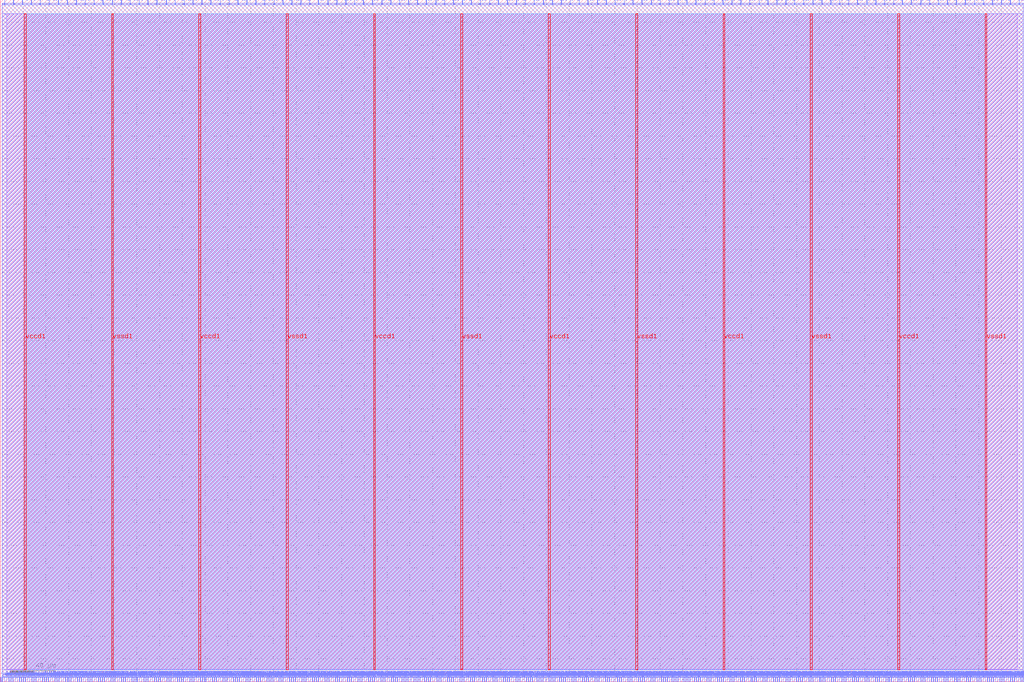
<source format=lef>
VERSION 5.7 ;
  NOWIREEXTENSIONATPIN ON ;
  DIVIDERCHAR "/" ;
  BUSBITCHARS "[]" ;
MACRO user_proj_example
  CLASS BLOCK ;
  FOREIGN user_proj_example ;
  ORIGIN 0.000 0.000 ;
  SIZE 900.000 BY 600.000 ;
  PIN io_in[0]
    DIRECTION INPUT ;
    USE SIGNAL ;
    PORT
      LAYER met2 ;
        RECT 3.770 596.000 4.050 600.000 ;
    END
  END io_in[0]
  PIN io_in[10]
    DIRECTION INPUT ;
    USE SIGNAL ;
    PORT
      LAYER met2 ;
        RECT 240.670 596.000 240.950 600.000 ;
    END
  END io_in[10]
  PIN io_in[11]
    DIRECTION INPUT ;
    USE SIGNAL ;
    PORT
      LAYER met2 ;
        RECT 264.130 596.000 264.410 600.000 ;
    END
  END io_in[11]
  PIN io_in[12]
    DIRECTION INPUT ;
    USE SIGNAL ;
    PORT
      LAYER met2 ;
        RECT 288.050 596.000 288.330 600.000 ;
    END
  END io_in[12]
  PIN io_in[13]
    DIRECTION INPUT ;
    USE SIGNAL ;
    PORT
      LAYER met2 ;
        RECT 311.510 596.000 311.790 600.000 ;
    END
  END io_in[13]
  PIN io_in[14]
    DIRECTION INPUT ;
    USE SIGNAL ;
    PORT
      LAYER met2 ;
        RECT 335.430 596.000 335.710 600.000 ;
    END
  END io_in[14]
  PIN io_in[15]
    DIRECTION INPUT ;
    USE SIGNAL ;
    PORT
      LAYER met2 ;
        RECT 358.890 596.000 359.170 600.000 ;
    END
  END io_in[15]
  PIN io_in[16]
    DIRECTION INPUT ;
    USE SIGNAL ;
    PORT
      LAYER met2 ;
        RECT 382.810 596.000 383.090 600.000 ;
    END
  END io_in[16]
  PIN io_in[17]
    DIRECTION INPUT ;
    USE SIGNAL ;
    PORT
      LAYER met2 ;
        RECT 406.270 596.000 406.550 600.000 ;
    END
  END io_in[17]
  PIN io_in[18]
    DIRECTION INPUT ;
    USE SIGNAL ;
    PORT
      LAYER met2 ;
        RECT 430.190 596.000 430.470 600.000 ;
    END
  END io_in[18]
  PIN io_in[19]
    DIRECTION INPUT ;
    USE SIGNAL ;
    PORT
      LAYER met2 ;
        RECT 453.650 596.000 453.930 600.000 ;
    END
  END io_in[19]
  PIN io_in[1]
    DIRECTION INPUT ;
    USE SIGNAL ;
    PORT
      LAYER met2 ;
        RECT 27.230 596.000 27.510 600.000 ;
    END
  END io_in[1]
  PIN io_in[20]
    DIRECTION INPUT ;
    USE SIGNAL ;
    PORT
      LAYER met2 ;
        RECT 477.570 596.000 477.850 600.000 ;
    END
  END io_in[20]
  PIN io_in[21]
    DIRECTION INPUT ;
    USE SIGNAL ;
    PORT
      LAYER met2 ;
        RECT 501.030 596.000 501.310 600.000 ;
    END
  END io_in[21]
  PIN io_in[22]
    DIRECTION INPUT ;
    USE SIGNAL ;
    PORT
      LAYER met2 ;
        RECT 524.950 596.000 525.230 600.000 ;
    END
  END io_in[22]
  PIN io_in[23]
    DIRECTION INPUT ;
    USE SIGNAL ;
    PORT
      LAYER met2 ;
        RECT 548.410 596.000 548.690 600.000 ;
    END
  END io_in[23]
  PIN io_in[24]
    DIRECTION INPUT ;
    USE SIGNAL ;
    PORT
      LAYER met2 ;
        RECT 572.330 596.000 572.610 600.000 ;
    END
  END io_in[24]
  PIN io_in[25]
    DIRECTION INPUT ;
    USE SIGNAL ;
    PORT
      LAYER met2 ;
        RECT 595.790 596.000 596.070 600.000 ;
    END
  END io_in[25]
  PIN io_in[26]
    DIRECTION INPUT ;
    USE SIGNAL ;
    PORT
      LAYER met2 ;
        RECT 619.710 596.000 619.990 600.000 ;
    END
  END io_in[26]
  PIN io_in[27]
    DIRECTION INPUT ;
    USE SIGNAL ;
    PORT
      LAYER met2 ;
        RECT 643.170 596.000 643.450 600.000 ;
    END
  END io_in[27]
  PIN io_in[28]
    DIRECTION INPUT ;
    USE SIGNAL ;
    PORT
      LAYER met2 ;
        RECT 667.090 596.000 667.370 600.000 ;
    END
  END io_in[28]
  PIN io_in[29]
    DIRECTION INPUT ;
    USE SIGNAL ;
    PORT
      LAYER met2 ;
        RECT 690.550 596.000 690.830 600.000 ;
    END
  END io_in[29]
  PIN io_in[2]
    DIRECTION INPUT ;
    USE SIGNAL ;
    PORT
      LAYER met2 ;
        RECT 51.150 596.000 51.430 600.000 ;
    END
  END io_in[2]
  PIN io_in[30]
    DIRECTION INPUT ;
    USE SIGNAL ;
    PORT
      LAYER met2 ;
        RECT 714.470 596.000 714.750 600.000 ;
    END
  END io_in[30]
  PIN io_in[31]
    DIRECTION INPUT ;
    USE SIGNAL ;
    PORT
      LAYER met2 ;
        RECT 737.930 596.000 738.210 600.000 ;
    END
  END io_in[31]
  PIN io_in[32]
    DIRECTION INPUT ;
    USE SIGNAL ;
    PORT
      LAYER met2 ;
        RECT 761.850 596.000 762.130 600.000 ;
    END
  END io_in[32]
  PIN io_in[33]
    DIRECTION INPUT ;
    USE SIGNAL ;
    PORT
      LAYER met2 ;
        RECT 785.310 596.000 785.590 600.000 ;
    END
  END io_in[33]
  PIN io_in[34]
    DIRECTION INPUT ;
    USE SIGNAL ;
    PORT
      LAYER met2 ;
        RECT 809.230 596.000 809.510 600.000 ;
    END
  END io_in[34]
  PIN io_in[35]
    DIRECTION INPUT ;
    USE SIGNAL ;
    PORT
      LAYER met2 ;
        RECT 832.690 596.000 832.970 600.000 ;
    END
  END io_in[35]
  PIN io_in[36]
    DIRECTION INPUT ;
    USE SIGNAL ;
    PORT
      LAYER met2 ;
        RECT 856.610 596.000 856.890 600.000 ;
    END
  END io_in[36]
  PIN io_in[37]
    DIRECTION INPUT ;
    USE SIGNAL ;
    PORT
      LAYER met2 ;
        RECT 880.070 596.000 880.350 600.000 ;
    END
  END io_in[37]
  PIN io_in[3]
    DIRECTION INPUT ;
    USE SIGNAL ;
    PORT
      LAYER met2 ;
        RECT 74.610 596.000 74.890 600.000 ;
    END
  END io_in[3]
  PIN io_in[4]
    DIRECTION INPUT ;
    USE SIGNAL ;
    PORT
      LAYER met2 ;
        RECT 98.530 596.000 98.810 600.000 ;
    END
  END io_in[4]
  PIN io_in[5]
    DIRECTION INPUT ;
    USE SIGNAL ;
    PORT
      LAYER met2 ;
        RECT 121.990 596.000 122.270 600.000 ;
    END
  END io_in[5]
  PIN io_in[6]
    DIRECTION INPUT ;
    USE SIGNAL ;
    PORT
      LAYER met2 ;
        RECT 145.910 596.000 146.190 600.000 ;
    END
  END io_in[6]
  PIN io_in[7]
    DIRECTION INPUT ;
    USE SIGNAL ;
    PORT
      LAYER met2 ;
        RECT 169.370 596.000 169.650 600.000 ;
    END
  END io_in[7]
  PIN io_in[8]
    DIRECTION INPUT ;
    USE SIGNAL ;
    PORT
      LAYER met2 ;
        RECT 193.290 596.000 193.570 600.000 ;
    END
  END io_in[8]
  PIN io_in[9]
    DIRECTION INPUT ;
    USE SIGNAL ;
    PORT
      LAYER met2 ;
        RECT 216.750 596.000 217.030 600.000 ;
    END
  END io_in[9]
  PIN io_oeb[0]
    DIRECTION OUTPUT TRISTATE ;
    USE SIGNAL ;
    PORT
      LAYER met2 ;
        RECT 11.590 596.000 11.870 600.000 ;
    END
  END io_oeb[0]
  PIN io_oeb[10]
    DIRECTION OUTPUT TRISTATE ;
    USE SIGNAL ;
    PORT
      LAYER met2 ;
        RECT 248.490 596.000 248.770 600.000 ;
    END
  END io_oeb[10]
  PIN io_oeb[11]
    DIRECTION OUTPUT TRISTATE ;
    USE SIGNAL ;
    PORT
      LAYER met2 ;
        RECT 271.950 596.000 272.230 600.000 ;
    END
  END io_oeb[11]
  PIN io_oeb[12]
    DIRECTION OUTPUT TRISTATE ;
    USE SIGNAL ;
    PORT
      LAYER met2 ;
        RECT 295.870 596.000 296.150 600.000 ;
    END
  END io_oeb[12]
  PIN io_oeb[13]
    DIRECTION OUTPUT TRISTATE ;
    USE SIGNAL ;
    PORT
      LAYER met2 ;
        RECT 319.330 596.000 319.610 600.000 ;
    END
  END io_oeb[13]
  PIN io_oeb[14]
    DIRECTION OUTPUT TRISTATE ;
    USE SIGNAL ;
    PORT
      LAYER met2 ;
        RECT 343.250 596.000 343.530 600.000 ;
    END
  END io_oeb[14]
  PIN io_oeb[15]
    DIRECTION OUTPUT TRISTATE ;
    USE SIGNAL ;
    PORT
      LAYER met2 ;
        RECT 366.710 596.000 366.990 600.000 ;
    END
  END io_oeb[15]
  PIN io_oeb[16]
    DIRECTION OUTPUT TRISTATE ;
    USE SIGNAL ;
    PORT
      LAYER met2 ;
        RECT 390.630 596.000 390.910 600.000 ;
    END
  END io_oeb[16]
  PIN io_oeb[17]
    DIRECTION OUTPUT TRISTATE ;
    USE SIGNAL ;
    PORT
      LAYER met2 ;
        RECT 414.090 596.000 414.370 600.000 ;
    END
  END io_oeb[17]
  PIN io_oeb[18]
    DIRECTION OUTPUT TRISTATE ;
    USE SIGNAL ;
    PORT
      LAYER met2 ;
        RECT 438.010 596.000 438.290 600.000 ;
    END
  END io_oeb[18]
  PIN io_oeb[19]
    DIRECTION OUTPUT TRISTATE ;
    USE SIGNAL ;
    PORT
      LAYER met2 ;
        RECT 461.470 596.000 461.750 600.000 ;
    END
  END io_oeb[19]
  PIN io_oeb[1]
    DIRECTION OUTPUT TRISTATE ;
    USE SIGNAL ;
    PORT
      LAYER met2 ;
        RECT 35.050 596.000 35.330 600.000 ;
    END
  END io_oeb[1]
  PIN io_oeb[20]
    DIRECTION OUTPUT TRISTATE ;
    USE SIGNAL ;
    PORT
      LAYER met2 ;
        RECT 485.390 596.000 485.670 600.000 ;
    END
  END io_oeb[20]
  PIN io_oeb[21]
    DIRECTION OUTPUT TRISTATE ;
    USE SIGNAL ;
    PORT
      LAYER met2 ;
        RECT 508.850 596.000 509.130 600.000 ;
    END
  END io_oeb[21]
  PIN io_oeb[22]
    DIRECTION OUTPUT TRISTATE ;
    USE SIGNAL ;
    PORT
      LAYER met2 ;
        RECT 532.770 596.000 533.050 600.000 ;
    END
  END io_oeb[22]
  PIN io_oeb[23]
    DIRECTION OUTPUT TRISTATE ;
    USE SIGNAL ;
    PORT
      LAYER met2 ;
        RECT 556.230 596.000 556.510 600.000 ;
    END
  END io_oeb[23]
  PIN io_oeb[24]
    DIRECTION OUTPUT TRISTATE ;
    USE SIGNAL ;
    PORT
      LAYER met2 ;
        RECT 580.150 596.000 580.430 600.000 ;
    END
  END io_oeb[24]
  PIN io_oeb[25]
    DIRECTION OUTPUT TRISTATE ;
    USE SIGNAL ;
    PORT
      LAYER met2 ;
        RECT 603.610 596.000 603.890 600.000 ;
    END
  END io_oeb[25]
  PIN io_oeb[26]
    DIRECTION OUTPUT TRISTATE ;
    USE SIGNAL ;
    PORT
      LAYER met2 ;
        RECT 627.530 596.000 627.810 600.000 ;
    END
  END io_oeb[26]
  PIN io_oeb[27]
    DIRECTION OUTPUT TRISTATE ;
    USE SIGNAL ;
    PORT
      LAYER met2 ;
        RECT 650.990 596.000 651.270 600.000 ;
    END
  END io_oeb[27]
  PIN io_oeb[28]
    DIRECTION OUTPUT TRISTATE ;
    USE SIGNAL ;
    PORT
      LAYER met2 ;
        RECT 674.910 596.000 675.190 600.000 ;
    END
  END io_oeb[28]
  PIN io_oeb[29]
    DIRECTION OUTPUT TRISTATE ;
    USE SIGNAL ;
    PORT
      LAYER met2 ;
        RECT 698.370 596.000 698.650 600.000 ;
    END
  END io_oeb[29]
  PIN io_oeb[2]
    DIRECTION OUTPUT TRISTATE ;
    USE SIGNAL ;
    PORT
      LAYER met2 ;
        RECT 58.970 596.000 59.250 600.000 ;
    END
  END io_oeb[2]
  PIN io_oeb[30]
    DIRECTION OUTPUT TRISTATE ;
    USE SIGNAL ;
    PORT
      LAYER met2 ;
        RECT 722.290 596.000 722.570 600.000 ;
    END
  END io_oeb[30]
  PIN io_oeb[31]
    DIRECTION OUTPUT TRISTATE ;
    USE SIGNAL ;
    PORT
      LAYER met2 ;
        RECT 745.750 596.000 746.030 600.000 ;
    END
  END io_oeb[31]
  PIN io_oeb[32]
    DIRECTION OUTPUT TRISTATE ;
    USE SIGNAL ;
    PORT
      LAYER met2 ;
        RECT 769.670 596.000 769.950 600.000 ;
    END
  END io_oeb[32]
  PIN io_oeb[33]
    DIRECTION OUTPUT TRISTATE ;
    USE SIGNAL ;
    PORT
      LAYER met2 ;
        RECT 793.130 596.000 793.410 600.000 ;
    END
  END io_oeb[33]
  PIN io_oeb[34]
    DIRECTION OUTPUT TRISTATE ;
    USE SIGNAL ;
    PORT
      LAYER met2 ;
        RECT 817.050 596.000 817.330 600.000 ;
    END
  END io_oeb[34]
  PIN io_oeb[35]
    DIRECTION OUTPUT TRISTATE ;
    USE SIGNAL ;
    PORT
      LAYER met2 ;
        RECT 840.510 596.000 840.790 600.000 ;
    END
  END io_oeb[35]
  PIN io_oeb[36]
    DIRECTION OUTPUT TRISTATE ;
    USE SIGNAL ;
    PORT
      LAYER met2 ;
        RECT 864.430 596.000 864.710 600.000 ;
    END
  END io_oeb[36]
  PIN io_oeb[37]
    DIRECTION OUTPUT TRISTATE ;
    USE SIGNAL ;
    PORT
      LAYER met2 ;
        RECT 887.890 596.000 888.170 600.000 ;
    END
  END io_oeb[37]
  PIN io_oeb[3]
    DIRECTION OUTPUT TRISTATE ;
    USE SIGNAL ;
    PORT
      LAYER met2 ;
        RECT 82.430 596.000 82.710 600.000 ;
    END
  END io_oeb[3]
  PIN io_oeb[4]
    DIRECTION OUTPUT TRISTATE ;
    USE SIGNAL ;
    PORT
      LAYER met2 ;
        RECT 106.350 596.000 106.630 600.000 ;
    END
  END io_oeb[4]
  PIN io_oeb[5]
    DIRECTION OUTPUT TRISTATE ;
    USE SIGNAL ;
    PORT
      LAYER met2 ;
        RECT 129.810 596.000 130.090 600.000 ;
    END
  END io_oeb[5]
  PIN io_oeb[6]
    DIRECTION OUTPUT TRISTATE ;
    USE SIGNAL ;
    PORT
      LAYER met2 ;
        RECT 153.730 596.000 154.010 600.000 ;
    END
  END io_oeb[6]
  PIN io_oeb[7]
    DIRECTION OUTPUT TRISTATE ;
    USE SIGNAL ;
    PORT
      LAYER met2 ;
        RECT 177.190 596.000 177.470 600.000 ;
    END
  END io_oeb[7]
  PIN io_oeb[8]
    DIRECTION OUTPUT TRISTATE ;
    USE SIGNAL ;
    PORT
      LAYER met2 ;
        RECT 201.110 596.000 201.390 600.000 ;
    END
  END io_oeb[8]
  PIN io_oeb[9]
    DIRECTION OUTPUT TRISTATE ;
    USE SIGNAL ;
    PORT
      LAYER met2 ;
        RECT 224.570 596.000 224.850 600.000 ;
    END
  END io_oeb[9]
  PIN io_out[0]
    DIRECTION OUTPUT TRISTATE ;
    USE SIGNAL ;
    PORT
      LAYER met2 ;
        RECT 19.410 596.000 19.690 600.000 ;
    END
  END io_out[0]
  PIN io_out[10]
    DIRECTION OUTPUT TRISTATE ;
    USE SIGNAL ;
    PORT
      LAYER met2 ;
        RECT 256.310 596.000 256.590 600.000 ;
    END
  END io_out[10]
  PIN io_out[11]
    DIRECTION OUTPUT TRISTATE ;
    USE SIGNAL ;
    PORT
      LAYER met2 ;
        RECT 279.770 596.000 280.050 600.000 ;
    END
  END io_out[11]
  PIN io_out[12]
    DIRECTION OUTPUT TRISTATE ;
    USE SIGNAL ;
    PORT
      LAYER met2 ;
        RECT 303.690 596.000 303.970 600.000 ;
    END
  END io_out[12]
  PIN io_out[13]
    DIRECTION OUTPUT TRISTATE ;
    USE SIGNAL ;
    PORT
      LAYER met2 ;
        RECT 327.150 596.000 327.430 600.000 ;
    END
  END io_out[13]
  PIN io_out[14]
    DIRECTION OUTPUT TRISTATE ;
    USE SIGNAL ;
    PORT
      LAYER met2 ;
        RECT 351.070 596.000 351.350 600.000 ;
    END
  END io_out[14]
  PIN io_out[15]
    DIRECTION OUTPUT TRISTATE ;
    USE SIGNAL ;
    PORT
      LAYER met2 ;
        RECT 374.530 596.000 374.810 600.000 ;
    END
  END io_out[15]
  PIN io_out[16]
    DIRECTION OUTPUT TRISTATE ;
    USE SIGNAL ;
    PORT
      LAYER met2 ;
        RECT 398.450 596.000 398.730 600.000 ;
    END
  END io_out[16]
  PIN io_out[17]
    DIRECTION OUTPUT TRISTATE ;
    USE SIGNAL ;
    PORT
      LAYER met2 ;
        RECT 421.910 596.000 422.190 600.000 ;
    END
  END io_out[17]
  PIN io_out[18]
    DIRECTION OUTPUT TRISTATE ;
    USE SIGNAL ;
    PORT
      LAYER met2 ;
        RECT 445.830 596.000 446.110 600.000 ;
    END
  END io_out[18]
  PIN io_out[19]
    DIRECTION OUTPUT TRISTATE ;
    USE SIGNAL ;
    PORT
      LAYER met2 ;
        RECT 469.290 596.000 469.570 600.000 ;
    END
  END io_out[19]
  PIN io_out[1]
    DIRECTION OUTPUT TRISTATE ;
    USE SIGNAL ;
    PORT
      LAYER met2 ;
        RECT 42.870 596.000 43.150 600.000 ;
    END
  END io_out[1]
  PIN io_out[20]
    DIRECTION OUTPUT TRISTATE ;
    USE SIGNAL ;
    PORT
      LAYER met2 ;
        RECT 493.210 596.000 493.490 600.000 ;
    END
  END io_out[20]
  PIN io_out[21]
    DIRECTION OUTPUT TRISTATE ;
    USE SIGNAL ;
    PORT
      LAYER met2 ;
        RECT 516.670 596.000 516.950 600.000 ;
    END
  END io_out[21]
  PIN io_out[22]
    DIRECTION OUTPUT TRISTATE ;
    USE SIGNAL ;
    PORT
      LAYER met2 ;
        RECT 540.590 596.000 540.870 600.000 ;
    END
  END io_out[22]
  PIN io_out[23]
    DIRECTION OUTPUT TRISTATE ;
    USE SIGNAL ;
    PORT
      LAYER met2 ;
        RECT 564.050 596.000 564.330 600.000 ;
    END
  END io_out[23]
  PIN io_out[24]
    DIRECTION OUTPUT TRISTATE ;
    USE SIGNAL ;
    PORT
      LAYER met2 ;
        RECT 587.970 596.000 588.250 600.000 ;
    END
  END io_out[24]
  PIN io_out[25]
    DIRECTION OUTPUT TRISTATE ;
    USE SIGNAL ;
    PORT
      LAYER met2 ;
        RECT 611.430 596.000 611.710 600.000 ;
    END
  END io_out[25]
  PIN io_out[26]
    DIRECTION OUTPUT TRISTATE ;
    USE SIGNAL ;
    PORT
      LAYER met2 ;
        RECT 635.350 596.000 635.630 600.000 ;
    END
  END io_out[26]
  PIN io_out[27]
    DIRECTION OUTPUT TRISTATE ;
    USE SIGNAL ;
    PORT
      LAYER met2 ;
        RECT 658.810 596.000 659.090 600.000 ;
    END
  END io_out[27]
  PIN io_out[28]
    DIRECTION OUTPUT TRISTATE ;
    USE SIGNAL ;
    PORT
      LAYER met2 ;
        RECT 682.730 596.000 683.010 600.000 ;
    END
  END io_out[28]
  PIN io_out[29]
    DIRECTION OUTPUT TRISTATE ;
    USE SIGNAL ;
    PORT
      LAYER met2 ;
        RECT 706.190 596.000 706.470 600.000 ;
    END
  END io_out[29]
  PIN io_out[2]
    DIRECTION OUTPUT TRISTATE ;
    USE SIGNAL ;
    PORT
      LAYER met2 ;
        RECT 66.790 596.000 67.070 600.000 ;
    END
  END io_out[2]
  PIN io_out[30]
    DIRECTION OUTPUT TRISTATE ;
    USE SIGNAL ;
    PORT
      LAYER met2 ;
        RECT 730.110 596.000 730.390 600.000 ;
    END
  END io_out[30]
  PIN io_out[31]
    DIRECTION OUTPUT TRISTATE ;
    USE SIGNAL ;
    PORT
      LAYER met2 ;
        RECT 753.570 596.000 753.850 600.000 ;
    END
  END io_out[31]
  PIN io_out[32]
    DIRECTION OUTPUT TRISTATE ;
    USE SIGNAL ;
    PORT
      LAYER met2 ;
        RECT 777.490 596.000 777.770 600.000 ;
    END
  END io_out[32]
  PIN io_out[33]
    DIRECTION OUTPUT TRISTATE ;
    USE SIGNAL ;
    PORT
      LAYER met2 ;
        RECT 800.950 596.000 801.230 600.000 ;
    END
  END io_out[33]
  PIN io_out[34]
    DIRECTION OUTPUT TRISTATE ;
    USE SIGNAL ;
    PORT
      LAYER met2 ;
        RECT 824.870 596.000 825.150 600.000 ;
    END
  END io_out[34]
  PIN io_out[35]
    DIRECTION OUTPUT TRISTATE ;
    USE SIGNAL ;
    PORT
      LAYER met2 ;
        RECT 848.330 596.000 848.610 600.000 ;
    END
  END io_out[35]
  PIN io_out[36]
    DIRECTION OUTPUT TRISTATE ;
    USE SIGNAL ;
    PORT
      LAYER met2 ;
        RECT 872.250 596.000 872.530 600.000 ;
    END
  END io_out[36]
  PIN io_out[37]
    DIRECTION OUTPUT TRISTATE ;
    USE SIGNAL ;
    PORT
      LAYER met2 ;
        RECT 895.710 596.000 895.990 600.000 ;
    END
  END io_out[37]
  PIN io_out[3]
    DIRECTION OUTPUT TRISTATE ;
    USE SIGNAL ;
    PORT
      LAYER met2 ;
        RECT 90.250 596.000 90.530 600.000 ;
    END
  END io_out[3]
  PIN io_out[4]
    DIRECTION OUTPUT TRISTATE ;
    USE SIGNAL ;
    PORT
      LAYER met2 ;
        RECT 114.170 596.000 114.450 600.000 ;
    END
  END io_out[4]
  PIN io_out[5]
    DIRECTION OUTPUT TRISTATE ;
    USE SIGNAL ;
    PORT
      LAYER met2 ;
        RECT 137.630 596.000 137.910 600.000 ;
    END
  END io_out[5]
  PIN io_out[6]
    DIRECTION OUTPUT TRISTATE ;
    USE SIGNAL ;
    PORT
      LAYER met2 ;
        RECT 161.550 596.000 161.830 600.000 ;
    END
  END io_out[6]
  PIN io_out[7]
    DIRECTION OUTPUT TRISTATE ;
    USE SIGNAL ;
    PORT
      LAYER met2 ;
        RECT 185.010 596.000 185.290 600.000 ;
    END
  END io_out[7]
  PIN io_out[8]
    DIRECTION OUTPUT TRISTATE ;
    USE SIGNAL ;
    PORT
      LAYER met2 ;
        RECT 208.930 596.000 209.210 600.000 ;
    END
  END io_out[8]
  PIN io_out[9]
    DIRECTION OUTPUT TRISTATE ;
    USE SIGNAL ;
    PORT
      LAYER met2 ;
        RECT 232.390 596.000 232.670 600.000 ;
    END
  END io_out[9]
  PIN irq[0]
    DIRECTION OUTPUT TRISTATE ;
    USE SIGNAL ;
    PORT
      LAYER met2 ;
        RECT 895.250 0.000 895.530 4.000 ;
    END
  END irq[0]
  PIN irq[1]
    DIRECTION OUTPUT TRISTATE ;
    USE SIGNAL ;
    PORT
      LAYER met2 ;
        RECT 897.090 0.000 897.370 4.000 ;
    END
  END irq[1]
  PIN irq[2]
    DIRECTION OUTPUT TRISTATE ;
    USE SIGNAL ;
    PORT
      LAYER met2 ;
        RECT 898.930 0.000 899.210 4.000 ;
    END
  END irq[2]
  PIN la_data_in[0]
    DIRECTION INPUT ;
    USE SIGNAL ;
    PORT
      LAYER met2 ;
        RECT 193.750 0.000 194.030 4.000 ;
    END
  END la_data_in[0]
  PIN la_data_in[100]
    DIRECTION INPUT ;
    USE SIGNAL ;
    PORT
      LAYER met2 ;
        RECT 741.610 0.000 741.890 4.000 ;
    END
  END la_data_in[100]
  PIN la_data_in[101]
    DIRECTION INPUT ;
    USE SIGNAL ;
    PORT
      LAYER met2 ;
        RECT 747.130 0.000 747.410 4.000 ;
    END
  END la_data_in[101]
  PIN la_data_in[102]
    DIRECTION INPUT ;
    USE SIGNAL ;
    PORT
      LAYER met2 ;
        RECT 752.650 0.000 752.930 4.000 ;
    END
  END la_data_in[102]
  PIN la_data_in[103]
    DIRECTION INPUT ;
    USE SIGNAL ;
    PORT
      LAYER met2 ;
        RECT 758.170 0.000 758.450 4.000 ;
    END
  END la_data_in[103]
  PIN la_data_in[104]
    DIRECTION INPUT ;
    USE SIGNAL ;
    PORT
      LAYER met2 ;
        RECT 763.690 0.000 763.970 4.000 ;
    END
  END la_data_in[104]
  PIN la_data_in[105]
    DIRECTION INPUT ;
    USE SIGNAL ;
    PORT
      LAYER met2 ;
        RECT 769.210 0.000 769.490 4.000 ;
    END
  END la_data_in[105]
  PIN la_data_in[106]
    DIRECTION INPUT ;
    USE SIGNAL ;
    PORT
      LAYER met2 ;
        RECT 774.730 0.000 775.010 4.000 ;
    END
  END la_data_in[106]
  PIN la_data_in[107]
    DIRECTION INPUT ;
    USE SIGNAL ;
    PORT
      LAYER met2 ;
        RECT 780.250 0.000 780.530 4.000 ;
    END
  END la_data_in[107]
  PIN la_data_in[108]
    DIRECTION INPUT ;
    USE SIGNAL ;
    PORT
      LAYER met2 ;
        RECT 785.310 0.000 785.590 4.000 ;
    END
  END la_data_in[108]
  PIN la_data_in[109]
    DIRECTION INPUT ;
    USE SIGNAL ;
    PORT
      LAYER met2 ;
        RECT 790.830 0.000 791.110 4.000 ;
    END
  END la_data_in[109]
  PIN la_data_in[10]
    DIRECTION INPUT ;
    USE SIGNAL ;
    PORT
      LAYER met2 ;
        RECT 248.490 0.000 248.770 4.000 ;
    END
  END la_data_in[10]
  PIN la_data_in[110]
    DIRECTION INPUT ;
    USE SIGNAL ;
    PORT
      LAYER met2 ;
        RECT 796.350 0.000 796.630 4.000 ;
    END
  END la_data_in[110]
  PIN la_data_in[111]
    DIRECTION INPUT ;
    USE SIGNAL ;
    PORT
      LAYER met2 ;
        RECT 801.870 0.000 802.150 4.000 ;
    END
  END la_data_in[111]
  PIN la_data_in[112]
    DIRECTION INPUT ;
    USE SIGNAL ;
    PORT
      LAYER met2 ;
        RECT 807.390 0.000 807.670 4.000 ;
    END
  END la_data_in[112]
  PIN la_data_in[113]
    DIRECTION INPUT ;
    USE SIGNAL ;
    PORT
      LAYER met2 ;
        RECT 812.910 0.000 813.190 4.000 ;
    END
  END la_data_in[113]
  PIN la_data_in[114]
    DIRECTION INPUT ;
    USE SIGNAL ;
    PORT
      LAYER met2 ;
        RECT 818.430 0.000 818.710 4.000 ;
    END
  END la_data_in[114]
  PIN la_data_in[115]
    DIRECTION INPUT ;
    USE SIGNAL ;
    PORT
      LAYER met2 ;
        RECT 823.950 0.000 824.230 4.000 ;
    END
  END la_data_in[115]
  PIN la_data_in[116]
    DIRECTION INPUT ;
    USE SIGNAL ;
    PORT
      LAYER met2 ;
        RECT 829.470 0.000 829.750 4.000 ;
    END
  END la_data_in[116]
  PIN la_data_in[117]
    DIRECTION INPUT ;
    USE SIGNAL ;
    PORT
      LAYER met2 ;
        RECT 834.990 0.000 835.270 4.000 ;
    END
  END la_data_in[117]
  PIN la_data_in[118]
    DIRECTION INPUT ;
    USE SIGNAL ;
    PORT
      LAYER met2 ;
        RECT 840.510 0.000 840.790 4.000 ;
    END
  END la_data_in[118]
  PIN la_data_in[119]
    DIRECTION INPUT ;
    USE SIGNAL ;
    PORT
      LAYER met2 ;
        RECT 845.570 0.000 845.850 4.000 ;
    END
  END la_data_in[119]
  PIN la_data_in[11]
    DIRECTION INPUT ;
    USE SIGNAL ;
    PORT
      LAYER met2 ;
        RECT 254.010 0.000 254.290 4.000 ;
    END
  END la_data_in[11]
  PIN la_data_in[120]
    DIRECTION INPUT ;
    USE SIGNAL ;
    PORT
      LAYER met2 ;
        RECT 851.090 0.000 851.370 4.000 ;
    END
  END la_data_in[120]
  PIN la_data_in[121]
    DIRECTION INPUT ;
    USE SIGNAL ;
    PORT
      LAYER met2 ;
        RECT 856.610 0.000 856.890 4.000 ;
    END
  END la_data_in[121]
  PIN la_data_in[122]
    DIRECTION INPUT ;
    USE SIGNAL ;
    PORT
      LAYER met2 ;
        RECT 862.130 0.000 862.410 4.000 ;
    END
  END la_data_in[122]
  PIN la_data_in[123]
    DIRECTION INPUT ;
    USE SIGNAL ;
    PORT
      LAYER met2 ;
        RECT 867.650 0.000 867.930 4.000 ;
    END
  END la_data_in[123]
  PIN la_data_in[124]
    DIRECTION INPUT ;
    USE SIGNAL ;
    PORT
      LAYER met2 ;
        RECT 873.170 0.000 873.450 4.000 ;
    END
  END la_data_in[124]
  PIN la_data_in[125]
    DIRECTION INPUT ;
    USE SIGNAL ;
    PORT
      LAYER met2 ;
        RECT 878.690 0.000 878.970 4.000 ;
    END
  END la_data_in[125]
  PIN la_data_in[126]
    DIRECTION INPUT ;
    USE SIGNAL ;
    PORT
      LAYER met2 ;
        RECT 884.210 0.000 884.490 4.000 ;
    END
  END la_data_in[126]
  PIN la_data_in[127]
    DIRECTION INPUT ;
    USE SIGNAL ;
    PORT
      LAYER met2 ;
        RECT 889.730 0.000 890.010 4.000 ;
    END
  END la_data_in[127]
  PIN la_data_in[12]
    DIRECTION INPUT ;
    USE SIGNAL ;
    PORT
      LAYER met2 ;
        RECT 259.530 0.000 259.810 4.000 ;
    END
  END la_data_in[12]
  PIN la_data_in[13]
    DIRECTION INPUT ;
    USE SIGNAL ;
    PORT
      LAYER met2 ;
        RECT 265.050 0.000 265.330 4.000 ;
    END
  END la_data_in[13]
  PIN la_data_in[14]
    DIRECTION INPUT ;
    USE SIGNAL ;
    PORT
      LAYER met2 ;
        RECT 270.570 0.000 270.850 4.000 ;
    END
  END la_data_in[14]
  PIN la_data_in[15]
    DIRECTION INPUT ;
    USE SIGNAL ;
    PORT
      LAYER met2 ;
        RECT 276.090 0.000 276.370 4.000 ;
    END
  END la_data_in[15]
  PIN la_data_in[16]
    DIRECTION INPUT ;
    USE SIGNAL ;
    PORT
      LAYER met2 ;
        RECT 281.610 0.000 281.890 4.000 ;
    END
  END la_data_in[16]
  PIN la_data_in[17]
    DIRECTION INPUT ;
    USE SIGNAL ;
    PORT
      LAYER met2 ;
        RECT 287.130 0.000 287.410 4.000 ;
    END
  END la_data_in[17]
  PIN la_data_in[18]
    DIRECTION INPUT ;
    USE SIGNAL ;
    PORT
      LAYER met2 ;
        RECT 292.650 0.000 292.930 4.000 ;
    END
  END la_data_in[18]
  PIN la_data_in[19]
    DIRECTION INPUT ;
    USE SIGNAL ;
    PORT
      LAYER met2 ;
        RECT 298.170 0.000 298.450 4.000 ;
    END
  END la_data_in[19]
  PIN la_data_in[1]
    DIRECTION INPUT ;
    USE SIGNAL ;
    PORT
      LAYER met2 ;
        RECT 199.270 0.000 199.550 4.000 ;
    END
  END la_data_in[1]
  PIN la_data_in[20]
    DIRECTION INPUT ;
    USE SIGNAL ;
    PORT
      LAYER met2 ;
        RECT 303.230 0.000 303.510 4.000 ;
    END
  END la_data_in[20]
  PIN la_data_in[21]
    DIRECTION INPUT ;
    USE SIGNAL ;
    PORT
      LAYER met2 ;
        RECT 308.750 0.000 309.030 4.000 ;
    END
  END la_data_in[21]
  PIN la_data_in[22]
    DIRECTION INPUT ;
    USE SIGNAL ;
    PORT
      LAYER met2 ;
        RECT 314.270 0.000 314.550 4.000 ;
    END
  END la_data_in[22]
  PIN la_data_in[23]
    DIRECTION INPUT ;
    USE SIGNAL ;
    PORT
      LAYER met2 ;
        RECT 319.790 0.000 320.070 4.000 ;
    END
  END la_data_in[23]
  PIN la_data_in[24]
    DIRECTION INPUT ;
    USE SIGNAL ;
    PORT
      LAYER met2 ;
        RECT 325.310 0.000 325.590 4.000 ;
    END
  END la_data_in[24]
  PIN la_data_in[25]
    DIRECTION INPUT ;
    USE SIGNAL ;
    PORT
      LAYER met2 ;
        RECT 330.830 0.000 331.110 4.000 ;
    END
  END la_data_in[25]
  PIN la_data_in[26]
    DIRECTION INPUT ;
    USE SIGNAL ;
    PORT
      LAYER met2 ;
        RECT 336.350 0.000 336.630 4.000 ;
    END
  END la_data_in[26]
  PIN la_data_in[27]
    DIRECTION INPUT ;
    USE SIGNAL ;
    PORT
      LAYER met2 ;
        RECT 341.870 0.000 342.150 4.000 ;
    END
  END la_data_in[27]
  PIN la_data_in[28]
    DIRECTION INPUT ;
    USE SIGNAL ;
    PORT
      LAYER met2 ;
        RECT 347.390 0.000 347.670 4.000 ;
    END
  END la_data_in[28]
  PIN la_data_in[29]
    DIRECTION INPUT ;
    USE SIGNAL ;
    PORT
      LAYER met2 ;
        RECT 352.910 0.000 353.190 4.000 ;
    END
  END la_data_in[29]
  PIN la_data_in[2]
    DIRECTION INPUT ;
    USE SIGNAL ;
    PORT
      LAYER met2 ;
        RECT 204.790 0.000 205.070 4.000 ;
    END
  END la_data_in[2]
  PIN la_data_in[30]
    DIRECTION INPUT ;
    USE SIGNAL ;
    PORT
      LAYER met2 ;
        RECT 358.430 0.000 358.710 4.000 ;
    END
  END la_data_in[30]
  PIN la_data_in[31]
    DIRECTION INPUT ;
    USE SIGNAL ;
    PORT
      LAYER met2 ;
        RECT 363.490 0.000 363.770 4.000 ;
    END
  END la_data_in[31]
  PIN la_data_in[32]
    DIRECTION INPUT ;
    USE SIGNAL ;
    PORT
      LAYER met2 ;
        RECT 369.010 0.000 369.290 4.000 ;
    END
  END la_data_in[32]
  PIN la_data_in[33]
    DIRECTION INPUT ;
    USE SIGNAL ;
    PORT
      LAYER met2 ;
        RECT 374.530 0.000 374.810 4.000 ;
    END
  END la_data_in[33]
  PIN la_data_in[34]
    DIRECTION INPUT ;
    USE SIGNAL ;
    PORT
      LAYER met2 ;
        RECT 380.050 0.000 380.330 4.000 ;
    END
  END la_data_in[34]
  PIN la_data_in[35]
    DIRECTION INPUT ;
    USE SIGNAL ;
    PORT
      LAYER met2 ;
        RECT 385.570 0.000 385.850 4.000 ;
    END
  END la_data_in[35]
  PIN la_data_in[36]
    DIRECTION INPUT ;
    USE SIGNAL ;
    PORT
      LAYER met2 ;
        RECT 391.090 0.000 391.370 4.000 ;
    END
  END la_data_in[36]
  PIN la_data_in[37]
    DIRECTION INPUT ;
    USE SIGNAL ;
    PORT
      LAYER met2 ;
        RECT 396.610 0.000 396.890 4.000 ;
    END
  END la_data_in[37]
  PIN la_data_in[38]
    DIRECTION INPUT ;
    USE SIGNAL ;
    PORT
      LAYER met2 ;
        RECT 402.130 0.000 402.410 4.000 ;
    END
  END la_data_in[38]
  PIN la_data_in[39]
    DIRECTION INPUT ;
    USE SIGNAL ;
    PORT
      LAYER met2 ;
        RECT 407.650 0.000 407.930 4.000 ;
    END
  END la_data_in[39]
  PIN la_data_in[3]
    DIRECTION INPUT ;
    USE SIGNAL ;
    PORT
      LAYER met2 ;
        RECT 210.310 0.000 210.590 4.000 ;
    END
  END la_data_in[3]
  PIN la_data_in[40]
    DIRECTION INPUT ;
    USE SIGNAL ;
    PORT
      LAYER met2 ;
        RECT 413.170 0.000 413.450 4.000 ;
    END
  END la_data_in[40]
  PIN la_data_in[41]
    DIRECTION INPUT ;
    USE SIGNAL ;
    PORT
      LAYER met2 ;
        RECT 418.690 0.000 418.970 4.000 ;
    END
  END la_data_in[41]
  PIN la_data_in[42]
    DIRECTION INPUT ;
    USE SIGNAL ;
    PORT
      LAYER met2 ;
        RECT 423.750 0.000 424.030 4.000 ;
    END
  END la_data_in[42]
  PIN la_data_in[43]
    DIRECTION INPUT ;
    USE SIGNAL ;
    PORT
      LAYER met2 ;
        RECT 429.270 0.000 429.550 4.000 ;
    END
  END la_data_in[43]
  PIN la_data_in[44]
    DIRECTION INPUT ;
    USE SIGNAL ;
    PORT
      LAYER met2 ;
        RECT 434.790 0.000 435.070 4.000 ;
    END
  END la_data_in[44]
  PIN la_data_in[45]
    DIRECTION INPUT ;
    USE SIGNAL ;
    PORT
      LAYER met2 ;
        RECT 440.310 0.000 440.590 4.000 ;
    END
  END la_data_in[45]
  PIN la_data_in[46]
    DIRECTION INPUT ;
    USE SIGNAL ;
    PORT
      LAYER met2 ;
        RECT 445.830 0.000 446.110 4.000 ;
    END
  END la_data_in[46]
  PIN la_data_in[47]
    DIRECTION INPUT ;
    USE SIGNAL ;
    PORT
      LAYER met2 ;
        RECT 451.350 0.000 451.630 4.000 ;
    END
  END la_data_in[47]
  PIN la_data_in[48]
    DIRECTION INPUT ;
    USE SIGNAL ;
    PORT
      LAYER met2 ;
        RECT 456.870 0.000 457.150 4.000 ;
    END
  END la_data_in[48]
  PIN la_data_in[49]
    DIRECTION INPUT ;
    USE SIGNAL ;
    PORT
      LAYER met2 ;
        RECT 462.390 0.000 462.670 4.000 ;
    END
  END la_data_in[49]
  PIN la_data_in[4]
    DIRECTION INPUT ;
    USE SIGNAL ;
    PORT
      LAYER met2 ;
        RECT 215.830 0.000 216.110 4.000 ;
    END
  END la_data_in[4]
  PIN la_data_in[50]
    DIRECTION INPUT ;
    USE SIGNAL ;
    PORT
      LAYER met2 ;
        RECT 467.910 0.000 468.190 4.000 ;
    END
  END la_data_in[50]
  PIN la_data_in[51]
    DIRECTION INPUT ;
    USE SIGNAL ;
    PORT
      LAYER met2 ;
        RECT 473.430 0.000 473.710 4.000 ;
    END
  END la_data_in[51]
  PIN la_data_in[52]
    DIRECTION INPUT ;
    USE SIGNAL ;
    PORT
      LAYER met2 ;
        RECT 478.950 0.000 479.230 4.000 ;
    END
  END la_data_in[52]
  PIN la_data_in[53]
    DIRECTION INPUT ;
    USE SIGNAL ;
    PORT
      LAYER met2 ;
        RECT 484.010 0.000 484.290 4.000 ;
    END
  END la_data_in[53]
  PIN la_data_in[54]
    DIRECTION INPUT ;
    USE SIGNAL ;
    PORT
      LAYER met2 ;
        RECT 489.530 0.000 489.810 4.000 ;
    END
  END la_data_in[54]
  PIN la_data_in[55]
    DIRECTION INPUT ;
    USE SIGNAL ;
    PORT
      LAYER met2 ;
        RECT 495.050 0.000 495.330 4.000 ;
    END
  END la_data_in[55]
  PIN la_data_in[56]
    DIRECTION INPUT ;
    USE SIGNAL ;
    PORT
      LAYER met2 ;
        RECT 500.570 0.000 500.850 4.000 ;
    END
  END la_data_in[56]
  PIN la_data_in[57]
    DIRECTION INPUT ;
    USE SIGNAL ;
    PORT
      LAYER met2 ;
        RECT 506.090 0.000 506.370 4.000 ;
    END
  END la_data_in[57]
  PIN la_data_in[58]
    DIRECTION INPUT ;
    USE SIGNAL ;
    PORT
      LAYER met2 ;
        RECT 511.610 0.000 511.890 4.000 ;
    END
  END la_data_in[58]
  PIN la_data_in[59]
    DIRECTION INPUT ;
    USE SIGNAL ;
    PORT
      LAYER met2 ;
        RECT 517.130 0.000 517.410 4.000 ;
    END
  END la_data_in[59]
  PIN la_data_in[5]
    DIRECTION INPUT ;
    USE SIGNAL ;
    PORT
      LAYER met2 ;
        RECT 221.350 0.000 221.630 4.000 ;
    END
  END la_data_in[5]
  PIN la_data_in[60]
    DIRECTION INPUT ;
    USE SIGNAL ;
    PORT
      LAYER met2 ;
        RECT 522.650 0.000 522.930 4.000 ;
    END
  END la_data_in[60]
  PIN la_data_in[61]
    DIRECTION INPUT ;
    USE SIGNAL ;
    PORT
      LAYER met2 ;
        RECT 528.170 0.000 528.450 4.000 ;
    END
  END la_data_in[61]
  PIN la_data_in[62]
    DIRECTION INPUT ;
    USE SIGNAL ;
    PORT
      LAYER met2 ;
        RECT 533.690 0.000 533.970 4.000 ;
    END
  END la_data_in[62]
  PIN la_data_in[63]
    DIRECTION INPUT ;
    USE SIGNAL ;
    PORT
      LAYER met2 ;
        RECT 539.210 0.000 539.490 4.000 ;
    END
  END la_data_in[63]
  PIN la_data_in[64]
    DIRECTION INPUT ;
    USE SIGNAL ;
    PORT
      LAYER met2 ;
        RECT 544.270 0.000 544.550 4.000 ;
    END
  END la_data_in[64]
  PIN la_data_in[65]
    DIRECTION INPUT ;
    USE SIGNAL ;
    PORT
      LAYER met2 ;
        RECT 549.790 0.000 550.070 4.000 ;
    END
  END la_data_in[65]
  PIN la_data_in[66]
    DIRECTION INPUT ;
    USE SIGNAL ;
    PORT
      LAYER met2 ;
        RECT 555.310 0.000 555.590 4.000 ;
    END
  END la_data_in[66]
  PIN la_data_in[67]
    DIRECTION INPUT ;
    USE SIGNAL ;
    PORT
      LAYER met2 ;
        RECT 560.830 0.000 561.110 4.000 ;
    END
  END la_data_in[67]
  PIN la_data_in[68]
    DIRECTION INPUT ;
    USE SIGNAL ;
    PORT
      LAYER met2 ;
        RECT 566.350 0.000 566.630 4.000 ;
    END
  END la_data_in[68]
  PIN la_data_in[69]
    DIRECTION INPUT ;
    USE SIGNAL ;
    PORT
      LAYER met2 ;
        RECT 571.870 0.000 572.150 4.000 ;
    END
  END la_data_in[69]
  PIN la_data_in[6]
    DIRECTION INPUT ;
    USE SIGNAL ;
    PORT
      LAYER met2 ;
        RECT 226.870 0.000 227.150 4.000 ;
    END
  END la_data_in[6]
  PIN la_data_in[70]
    DIRECTION INPUT ;
    USE SIGNAL ;
    PORT
      LAYER met2 ;
        RECT 577.390 0.000 577.670 4.000 ;
    END
  END la_data_in[70]
  PIN la_data_in[71]
    DIRECTION INPUT ;
    USE SIGNAL ;
    PORT
      LAYER met2 ;
        RECT 582.910 0.000 583.190 4.000 ;
    END
  END la_data_in[71]
  PIN la_data_in[72]
    DIRECTION INPUT ;
    USE SIGNAL ;
    PORT
      LAYER met2 ;
        RECT 588.430 0.000 588.710 4.000 ;
    END
  END la_data_in[72]
  PIN la_data_in[73]
    DIRECTION INPUT ;
    USE SIGNAL ;
    PORT
      LAYER met2 ;
        RECT 593.950 0.000 594.230 4.000 ;
    END
  END la_data_in[73]
  PIN la_data_in[74]
    DIRECTION INPUT ;
    USE SIGNAL ;
    PORT
      LAYER met2 ;
        RECT 599.470 0.000 599.750 4.000 ;
    END
  END la_data_in[74]
  PIN la_data_in[75]
    DIRECTION INPUT ;
    USE SIGNAL ;
    PORT
      LAYER met2 ;
        RECT 604.530 0.000 604.810 4.000 ;
    END
  END la_data_in[75]
  PIN la_data_in[76]
    DIRECTION INPUT ;
    USE SIGNAL ;
    PORT
      LAYER met2 ;
        RECT 610.050 0.000 610.330 4.000 ;
    END
  END la_data_in[76]
  PIN la_data_in[77]
    DIRECTION INPUT ;
    USE SIGNAL ;
    PORT
      LAYER met2 ;
        RECT 615.570 0.000 615.850 4.000 ;
    END
  END la_data_in[77]
  PIN la_data_in[78]
    DIRECTION INPUT ;
    USE SIGNAL ;
    PORT
      LAYER met2 ;
        RECT 621.090 0.000 621.370 4.000 ;
    END
  END la_data_in[78]
  PIN la_data_in[79]
    DIRECTION INPUT ;
    USE SIGNAL ;
    PORT
      LAYER met2 ;
        RECT 626.610 0.000 626.890 4.000 ;
    END
  END la_data_in[79]
  PIN la_data_in[7]
    DIRECTION INPUT ;
    USE SIGNAL ;
    PORT
      LAYER met2 ;
        RECT 232.390 0.000 232.670 4.000 ;
    END
  END la_data_in[7]
  PIN la_data_in[80]
    DIRECTION INPUT ;
    USE SIGNAL ;
    PORT
      LAYER met2 ;
        RECT 632.130 0.000 632.410 4.000 ;
    END
  END la_data_in[80]
  PIN la_data_in[81]
    DIRECTION INPUT ;
    USE SIGNAL ;
    PORT
      LAYER met2 ;
        RECT 637.650 0.000 637.930 4.000 ;
    END
  END la_data_in[81]
  PIN la_data_in[82]
    DIRECTION INPUT ;
    USE SIGNAL ;
    PORT
      LAYER met2 ;
        RECT 643.170 0.000 643.450 4.000 ;
    END
  END la_data_in[82]
  PIN la_data_in[83]
    DIRECTION INPUT ;
    USE SIGNAL ;
    PORT
      LAYER met2 ;
        RECT 648.690 0.000 648.970 4.000 ;
    END
  END la_data_in[83]
  PIN la_data_in[84]
    DIRECTION INPUT ;
    USE SIGNAL ;
    PORT
      LAYER met2 ;
        RECT 654.210 0.000 654.490 4.000 ;
    END
  END la_data_in[84]
  PIN la_data_in[85]
    DIRECTION INPUT ;
    USE SIGNAL ;
    PORT
      LAYER met2 ;
        RECT 659.730 0.000 660.010 4.000 ;
    END
  END la_data_in[85]
  PIN la_data_in[86]
    DIRECTION INPUT ;
    USE SIGNAL ;
    PORT
      LAYER met2 ;
        RECT 664.790 0.000 665.070 4.000 ;
    END
  END la_data_in[86]
  PIN la_data_in[87]
    DIRECTION INPUT ;
    USE SIGNAL ;
    PORT
      LAYER met2 ;
        RECT 670.310 0.000 670.590 4.000 ;
    END
  END la_data_in[87]
  PIN la_data_in[88]
    DIRECTION INPUT ;
    USE SIGNAL ;
    PORT
      LAYER met2 ;
        RECT 675.830 0.000 676.110 4.000 ;
    END
  END la_data_in[88]
  PIN la_data_in[89]
    DIRECTION INPUT ;
    USE SIGNAL ;
    PORT
      LAYER met2 ;
        RECT 681.350 0.000 681.630 4.000 ;
    END
  END la_data_in[89]
  PIN la_data_in[8]
    DIRECTION INPUT ;
    USE SIGNAL ;
    PORT
      LAYER met2 ;
        RECT 237.910 0.000 238.190 4.000 ;
    END
  END la_data_in[8]
  PIN la_data_in[90]
    DIRECTION INPUT ;
    USE SIGNAL ;
    PORT
      LAYER met2 ;
        RECT 686.870 0.000 687.150 4.000 ;
    END
  END la_data_in[90]
  PIN la_data_in[91]
    DIRECTION INPUT ;
    USE SIGNAL ;
    PORT
      LAYER met2 ;
        RECT 692.390 0.000 692.670 4.000 ;
    END
  END la_data_in[91]
  PIN la_data_in[92]
    DIRECTION INPUT ;
    USE SIGNAL ;
    PORT
      LAYER met2 ;
        RECT 697.910 0.000 698.190 4.000 ;
    END
  END la_data_in[92]
  PIN la_data_in[93]
    DIRECTION INPUT ;
    USE SIGNAL ;
    PORT
      LAYER met2 ;
        RECT 703.430 0.000 703.710 4.000 ;
    END
  END la_data_in[93]
  PIN la_data_in[94]
    DIRECTION INPUT ;
    USE SIGNAL ;
    PORT
      LAYER met2 ;
        RECT 708.950 0.000 709.230 4.000 ;
    END
  END la_data_in[94]
  PIN la_data_in[95]
    DIRECTION INPUT ;
    USE SIGNAL ;
    PORT
      LAYER met2 ;
        RECT 714.470 0.000 714.750 4.000 ;
    END
  END la_data_in[95]
  PIN la_data_in[96]
    DIRECTION INPUT ;
    USE SIGNAL ;
    PORT
      LAYER met2 ;
        RECT 719.990 0.000 720.270 4.000 ;
    END
  END la_data_in[96]
  PIN la_data_in[97]
    DIRECTION INPUT ;
    USE SIGNAL ;
    PORT
      LAYER met2 ;
        RECT 725.050 0.000 725.330 4.000 ;
    END
  END la_data_in[97]
  PIN la_data_in[98]
    DIRECTION INPUT ;
    USE SIGNAL ;
    PORT
      LAYER met2 ;
        RECT 730.570 0.000 730.850 4.000 ;
    END
  END la_data_in[98]
  PIN la_data_in[99]
    DIRECTION INPUT ;
    USE SIGNAL ;
    PORT
      LAYER met2 ;
        RECT 736.090 0.000 736.370 4.000 ;
    END
  END la_data_in[99]
  PIN la_data_in[9]
    DIRECTION INPUT ;
    USE SIGNAL ;
    PORT
      LAYER met2 ;
        RECT 242.970 0.000 243.250 4.000 ;
    END
  END la_data_in[9]
  PIN la_data_out[0]
    DIRECTION OUTPUT TRISTATE ;
    USE SIGNAL ;
    PORT
      LAYER met2 ;
        RECT 195.590 0.000 195.870 4.000 ;
    END
  END la_data_out[0]
  PIN la_data_out[100]
    DIRECTION OUTPUT TRISTATE ;
    USE SIGNAL ;
    PORT
      LAYER met2 ;
        RECT 743.450 0.000 743.730 4.000 ;
    END
  END la_data_out[100]
  PIN la_data_out[101]
    DIRECTION OUTPUT TRISTATE ;
    USE SIGNAL ;
    PORT
      LAYER met2 ;
        RECT 748.970 0.000 749.250 4.000 ;
    END
  END la_data_out[101]
  PIN la_data_out[102]
    DIRECTION OUTPUT TRISTATE ;
    USE SIGNAL ;
    PORT
      LAYER met2 ;
        RECT 754.490 0.000 754.770 4.000 ;
    END
  END la_data_out[102]
  PIN la_data_out[103]
    DIRECTION OUTPUT TRISTATE ;
    USE SIGNAL ;
    PORT
      LAYER met2 ;
        RECT 760.010 0.000 760.290 4.000 ;
    END
  END la_data_out[103]
  PIN la_data_out[104]
    DIRECTION OUTPUT TRISTATE ;
    USE SIGNAL ;
    PORT
      LAYER met2 ;
        RECT 765.530 0.000 765.810 4.000 ;
    END
  END la_data_out[104]
  PIN la_data_out[105]
    DIRECTION OUTPUT TRISTATE ;
    USE SIGNAL ;
    PORT
      LAYER met2 ;
        RECT 771.050 0.000 771.330 4.000 ;
    END
  END la_data_out[105]
  PIN la_data_out[106]
    DIRECTION OUTPUT TRISTATE ;
    USE SIGNAL ;
    PORT
      LAYER met2 ;
        RECT 776.570 0.000 776.850 4.000 ;
    END
  END la_data_out[106]
  PIN la_data_out[107]
    DIRECTION OUTPUT TRISTATE ;
    USE SIGNAL ;
    PORT
      LAYER met2 ;
        RECT 781.630 0.000 781.910 4.000 ;
    END
  END la_data_out[107]
  PIN la_data_out[108]
    DIRECTION OUTPUT TRISTATE ;
    USE SIGNAL ;
    PORT
      LAYER met2 ;
        RECT 787.150 0.000 787.430 4.000 ;
    END
  END la_data_out[108]
  PIN la_data_out[109]
    DIRECTION OUTPUT TRISTATE ;
    USE SIGNAL ;
    PORT
      LAYER met2 ;
        RECT 792.670 0.000 792.950 4.000 ;
    END
  END la_data_out[109]
  PIN la_data_out[10]
    DIRECTION OUTPUT TRISTATE ;
    USE SIGNAL ;
    PORT
      LAYER met2 ;
        RECT 250.330 0.000 250.610 4.000 ;
    END
  END la_data_out[10]
  PIN la_data_out[110]
    DIRECTION OUTPUT TRISTATE ;
    USE SIGNAL ;
    PORT
      LAYER met2 ;
        RECT 798.190 0.000 798.470 4.000 ;
    END
  END la_data_out[110]
  PIN la_data_out[111]
    DIRECTION OUTPUT TRISTATE ;
    USE SIGNAL ;
    PORT
      LAYER met2 ;
        RECT 803.710 0.000 803.990 4.000 ;
    END
  END la_data_out[111]
  PIN la_data_out[112]
    DIRECTION OUTPUT TRISTATE ;
    USE SIGNAL ;
    PORT
      LAYER met2 ;
        RECT 809.230 0.000 809.510 4.000 ;
    END
  END la_data_out[112]
  PIN la_data_out[113]
    DIRECTION OUTPUT TRISTATE ;
    USE SIGNAL ;
    PORT
      LAYER met2 ;
        RECT 814.750 0.000 815.030 4.000 ;
    END
  END la_data_out[113]
  PIN la_data_out[114]
    DIRECTION OUTPUT TRISTATE ;
    USE SIGNAL ;
    PORT
      LAYER met2 ;
        RECT 820.270 0.000 820.550 4.000 ;
    END
  END la_data_out[114]
  PIN la_data_out[115]
    DIRECTION OUTPUT TRISTATE ;
    USE SIGNAL ;
    PORT
      LAYER met2 ;
        RECT 825.790 0.000 826.070 4.000 ;
    END
  END la_data_out[115]
  PIN la_data_out[116]
    DIRECTION OUTPUT TRISTATE ;
    USE SIGNAL ;
    PORT
      LAYER met2 ;
        RECT 831.310 0.000 831.590 4.000 ;
    END
  END la_data_out[116]
  PIN la_data_out[117]
    DIRECTION OUTPUT TRISTATE ;
    USE SIGNAL ;
    PORT
      LAYER met2 ;
        RECT 836.830 0.000 837.110 4.000 ;
    END
  END la_data_out[117]
  PIN la_data_out[118]
    DIRECTION OUTPUT TRISTATE ;
    USE SIGNAL ;
    PORT
      LAYER met2 ;
        RECT 841.890 0.000 842.170 4.000 ;
    END
  END la_data_out[118]
  PIN la_data_out[119]
    DIRECTION OUTPUT TRISTATE ;
    USE SIGNAL ;
    PORT
      LAYER met2 ;
        RECT 847.410 0.000 847.690 4.000 ;
    END
  END la_data_out[119]
  PIN la_data_out[11]
    DIRECTION OUTPUT TRISTATE ;
    USE SIGNAL ;
    PORT
      LAYER met2 ;
        RECT 255.850 0.000 256.130 4.000 ;
    END
  END la_data_out[11]
  PIN la_data_out[120]
    DIRECTION OUTPUT TRISTATE ;
    USE SIGNAL ;
    PORT
      LAYER met2 ;
        RECT 852.930 0.000 853.210 4.000 ;
    END
  END la_data_out[120]
  PIN la_data_out[121]
    DIRECTION OUTPUT TRISTATE ;
    USE SIGNAL ;
    PORT
      LAYER met2 ;
        RECT 858.450 0.000 858.730 4.000 ;
    END
  END la_data_out[121]
  PIN la_data_out[122]
    DIRECTION OUTPUT TRISTATE ;
    USE SIGNAL ;
    PORT
      LAYER met2 ;
        RECT 863.970 0.000 864.250 4.000 ;
    END
  END la_data_out[122]
  PIN la_data_out[123]
    DIRECTION OUTPUT TRISTATE ;
    USE SIGNAL ;
    PORT
      LAYER met2 ;
        RECT 869.490 0.000 869.770 4.000 ;
    END
  END la_data_out[123]
  PIN la_data_out[124]
    DIRECTION OUTPUT TRISTATE ;
    USE SIGNAL ;
    PORT
      LAYER met2 ;
        RECT 875.010 0.000 875.290 4.000 ;
    END
  END la_data_out[124]
  PIN la_data_out[125]
    DIRECTION OUTPUT TRISTATE ;
    USE SIGNAL ;
    PORT
      LAYER met2 ;
        RECT 880.530 0.000 880.810 4.000 ;
    END
  END la_data_out[125]
  PIN la_data_out[126]
    DIRECTION OUTPUT TRISTATE ;
    USE SIGNAL ;
    PORT
      LAYER met2 ;
        RECT 886.050 0.000 886.330 4.000 ;
    END
  END la_data_out[126]
  PIN la_data_out[127]
    DIRECTION OUTPUT TRISTATE ;
    USE SIGNAL ;
    PORT
      LAYER met2 ;
        RECT 891.570 0.000 891.850 4.000 ;
    END
  END la_data_out[127]
  PIN la_data_out[12]
    DIRECTION OUTPUT TRISTATE ;
    USE SIGNAL ;
    PORT
      LAYER met2 ;
        RECT 261.370 0.000 261.650 4.000 ;
    END
  END la_data_out[12]
  PIN la_data_out[13]
    DIRECTION OUTPUT TRISTATE ;
    USE SIGNAL ;
    PORT
      LAYER met2 ;
        RECT 266.890 0.000 267.170 4.000 ;
    END
  END la_data_out[13]
  PIN la_data_out[14]
    DIRECTION OUTPUT TRISTATE ;
    USE SIGNAL ;
    PORT
      LAYER met2 ;
        RECT 272.410 0.000 272.690 4.000 ;
    END
  END la_data_out[14]
  PIN la_data_out[15]
    DIRECTION OUTPUT TRISTATE ;
    USE SIGNAL ;
    PORT
      LAYER met2 ;
        RECT 277.930 0.000 278.210 4.000 ;
    END
  END la_data_out[15]
  PIN la_data_out[16]
    DIRECTION OUTPUT TRISTATE ;
    USE SIGNAL ;
    PORT
      LAYER met2 ;
        RECT 283.450 0.000 283.730 4.000 ;
    END
  END la_data_out[16]
  PIN la_data_out[17]
    DIRECTION OUTPUT TRISTATE ;
    USE SIGNAL ;
    PORT
      LAYER met2 ;
        RECT 288.970 0.000 289.250 4.000 ;
    END
  END la_data_out[17]
  PIN la_data_out[18]
    DIRECTION OUTPUT TRISTATE ;
    USE SIGNAL ;
    PORT
      LAYER met2 ;
        RECT 294.490 0.000 294.770 4.000 ;
    END
  END la_data_out[18]
  PIN la_data_out[19]
    DIRECTION OUTPUT TRISTATE ;
    USE SIGNAL ;
    PORT
      LAYER met2 ;
        RECT 300.010 0.000 300.290 4.000 ;
    END
  END la_data_out[19]
  PIN la_data_out[1]
    DIRECTION OUTPUT TRISTATE ;
    USE SIGNAL ;
    PORT
      LAYER met2 ;
        RECT 201.110 0.000 201.390 4.000 ;
    END
  END la_data_out[1]
  PIN la_data_out[20]
    DIRECTION OUTPUT TRISTATE ;
    USE SIGNAL ;
    PORT
      LAYER met2 ;
        RECT 305.070 0.000 305.350 4.000 ;
    END
  END la_data_out[20]
  PIN la_data_out[21]
    DIRECTION OUTPUT TRISTATE ;
    USE SIGNAL ;
    PORT
      LAYER met2 ;
        RECT 310.590 0.000 310.870 4.000 ;
    END
  END la_data_out[21]
  PIN la_data_out[22]
    DIRECTION OUTPUT TRISTATE ;
    USE SIGNAL ;
    PORT
      LAYER met2 ;
        RECT 316.110 0.000 316.390 4.000 ;
    END
  END la_data_out[22]
  PIN la_data_out[23]
    DIRECTION OUTPUT TRISTATE ;
    USE SIGNAL ;
    PORT
      LAYER met2 ;
        RECT 321.630 0.000 321.910 4.000 ;
    END
  END la_data_out[23]
  PIN la_data_out[24]
    DIRECTION OUTPUT TRISTATE ;
    USE SIGNAL ;
    PORT
      LAYER met2 ;
        RECT 327.150 0.000 327.430 4.000 ;
    END
  END la_data_out[24]
  PIN la_data_out[25]
    DIRECTION OUTPUT TRISTATE ;
    USE SIGNAL ;
    PORT
      LAYER met2 ;
        RECT 332.670 0.000 332.950 4.000 ;
    END
  END la_data_out[25]
  PIN la_data_out[26]
    DIRECTION OUTPUT TRISTATE ;
    USE SIGNAL ;
    PORT
      LAYER met2 ;
        RECT 338.190 0.000 338.470 4.000 ;
    END
  END la_data_out[26]
  PIN la_data_out[27]
    DIRECTION OUTPUT TRISTATE ;
    USE SIGNAL ;
    PORT
      LAYER met2 ;
        RECT 343.710 0.000 343.990 4.000 ;
    END
  END la_data_out[27]
  PIN la_data_out[28]
    DIRECTION OUTPUT TRISTATE ;
    USE SIGNAL ;
    PORT
      LAYER met2 ;
        RECT 349.230 0.000 349.510 4.000 ;
    END
  END la_data_out[28]
  PIN la_data_out[29]
    DIRECTION OUTPUT TRISTATE ;
    USE SIGNAL ;
    PORT
      LAYER met2 ;
        RECT 354.750 0.000 355.030 4.000 ;
    END
  END la_data_out[29]
  PIN la_data_out[2]
    DIRECTION OUTPUT TRISTATE ;
    USE SIGNAL ;
    PORT
      LAYER met2 ;
        RECT 206.630 0.000 206.910 4.000 ;
    END
  END la_data_out[2]
  PIN la_data_out[30]
    DIRECTION OUTPUT TRISTATE ;
    USE SIGNAL ;
    PORT
      LAYER met2 ;
        RECT 360.270 0.000 360.550 4.000 ;
    END
  END la_data_out[30]
  PIN la_data_out[31]
    DIRECTION OUTPUT TRISTATE ;
    USE SIGNAL ;
    PORT
      LAYER met2 ;
        RECT 365.330 0.000 365.610 4.000 ;
    END
  END la_data_out[31]
  PIN la_data_out[32]
    DIRECTION OUTPUT TRISTATE ;
    USE SIGNAL ;
    PORT
      LAYER met2 ;
        RECT 370.850 0.000 371.130 4.000 ;
    END
  END la_data_out[32]
  PIN la_data_out[33]
    DIRECTION OUTPUT TRISTATE ;
    USE SIGNAL ;
    PORT
      LAYER met2 ;
        RECT 376.370 0.000 376.650 4.000 ;
    END
  END la_data_out[33]
  PIN la_data_out[34]
    DIRECTION OUTPUT TRISTATE ;
    USE SIGNAL ;
    PORT
      LAYER met2 ;
        RECT 381.890 0.000 382.170 4.000 ;
    END
  END la_data_out[34]
  PIN la_data_out[35]
    DIRECTION OUTPUT TRISTATE ;
    USE SIGNAL ;
    PORT
      LAYER met2 ;
        RECT 387.410 0.000 387.690 4.000 ;
    END
  END la_data_out[35]
  PIN la_data_out[36]
    DIRECTION OUTPUT TRISTATE ;
    USE SIGNAL ;
    PORT
      LAYER met2 ;
        RECT 392.930 0.000 393.210 4.000 ;
    END
  END la_data_out[36]
  PIN la_data_out[37]
    DIRECTION OUTPUT TRISTATE ;
    USE SIGNAL ;
    PORT
      LAYER met2 ;
        RECT 398.450 0.000 398.730 4.000 ;
    END
  END la_data_out[37]
  PIN la_data_out[38]
    DIRECTION OUTPUT TRISTATE ;
    USE SIGNAL ;
    PORT
      LAYER met2 ;
        RECT 403.970 0.000 404.250 4.000 ;
    END
  END la_data_out[38]
  PIN la_data_out[39]
    DIRECTION OUTPUT TRISTATE ;
    USE SIGNAL ;
    PORT
      LAYER met2 ;
        RECT 409.490 0.000 409.770 4.000 ;
    END
  END la_data_out[39]
  PIN la_data_out[3]
    DIRECTION OUTPUT TRISTATE ;
    USE SIGNAL ;
    PORT
      LAYER met2 ;
        RECT 212.150 0.000 212.430 4.000 ;
    END
  END la_data_out[3]
  PIN la_data_out[40]
    DIRECTION OUTPUT TRISTATE ;
    USE SIGNAL ;
    PORT
      LAYER met2 ;
        RECT 415.010 0.000 415.290 4.000 ;
    END
  END la_data_out[40]
  PIN la_data_out[41]
    DIRECTION OUTPUT TRISTATE ;
    USE SIGNAL ;
    PORT
      LAYER met2 ;
        RECT 420.530 0.000 420.810 4.000 ;
    END
  END la_data_out[41]
  PIN la_data_out[42]
    DIRECTION OUTPUT TRISTATE ;
    USE SIGNAL ;
    PORT
      LAYER met2 ;
        RECT 425.590 0.000 425.870 4.000 ;
    END
  END la_data_out[42]
  PIN la_data_out[43]
    DIRECTION OUTPUT TRISTATE ;
    USE SIGNAL ;
    PORT
      LAYER met2 ;
        RECT 431.110 0.000 431.390 4.000 ;
    END
  END la_data_out[43]
  PIN la_data_out[44]
    DIRECTION OUTPUT TRISTATE ;
    USE SIGNAL ;
    PORT
      LAYER met2 ;
        RECT 436.630 0.000 436.910 4.000 ;
    END
  END la_data_out[44]
  PIN la_data_out[45]
    DIRECTION OUTPUT TRISTATE ;
    USE SIGNAL ;
    PORT
      LAYER met2 ;
        RECT 442.150 0.000 442.430 4.000 ;
    END
  END la_data_out[45]
  PIN la_data_out[46]
    DIRECTION OUTPUT TRISTATE ;
    USE SIGNAL ;
    PORT
      LAYER met2 ;
        RECT 447.670 0.000 447.950 4.000 ;
    END
  END la_data_out[46]
  PIN la_data_out[47]
    DIRECTION OUTPUT TRISTATE ;
    USE SIGNAL ;
    PORT
      LAYER met2 ;
        RECT 453.190 0.000 453.470 4.000 ;
    END
  END la_data_out[47]
  PIN la_data_out[48]
    DIRECTION OUTPUT TRISTATE ;
    USE SIGNAL ;
    PORT
      LAYER met2 ;
        RECT 458.710 0.000 458.990 4.000 ;
    END
  END la_data_out[48]
  PIN la_data_out[49]
    DIRECTION OUTPUT TRISTATE ;
    USE SIGNAL ;
    PORT
      LAYER met2 ;
        RECT 464.230 0.000 464.510 4.000 ;
    END
  END la_data_out[49]
  PIN la_data_out[4]
    DIRECTION OUTPUT TRISTATE ;
    USE SIGNAL ;
    PORT
      LAYER met2 ;
        RECT 217.670 0.000 217.950 4.000 ;
    END
  END la_data_out[4]
  PIN la_data_out[50]
    DIRECTION OUTPUT TRISTATE ;
    USE SIGNAL ;
    PORT
      LAYER met2 ;
        RECT 469.750 0.000 470.030 4.000 ;
    END
  END la_data_out[50]
  PIN la_data_out[51]
    DIRECTION OUTPUT TRISTATE ;
    USE SIGNAL ;
    PORT
      LAYER met2 ;
        RECT 475.270 0.000 475.550 4.000 ;
    END
  END la_data_out[51]
  PIN la_data_out[52]
    DIRECTION OUTPUT TRISTATE ;
    USE SIGNAL ;
    PORT
      LAYER met2 ;
        RECT 480.330 0.000 480.610 4.000 ;
    END
  END la_data_out[52]
  PIN la_data_out[53]
    DIRECTION OUTPUT TRISTATE ;
    USE SIGNAL ;
    PORT
      LAYER met2 ;
        RECT 485.850 0.000 486.130 4.000 ;
    END
  END la_data_out[53]
  PIN la_data_out[54]
    DIRECTION OUTPUT TRISTATE ;
    USE SIGNAL ;
    PORT
      LAYER met2 ;
        RECT 491.370 0.000 491.650 4.000 ;
    END
  END la_data_out[54]
  PIN la_data_out[55]
    DIRECTION OUTPUT TRISTATE ;
    USE SIGNAL ;
    PORT
      LAYER met2 ;
        RECT 496.890 0.000 497.170 4.000 ;
    END
  END la_data_out[55]
  PIN la_data_out[56]
    DIRECTION OUTPUT TRISTATE ;
    USE SIGNAL ;
    PORT
      LAYER met2 ;
        RECT 502.410 0.000 502.690 4.000 ;
    END
  END la_data_out[56]
  PIN la_data_out[57]
    DIRECTION OUTPUT TRISTATE ;
    USE SIGNAL ;
    PORT
      LAYER met2 ;
        RECT 507.930 0.000 508.210 4.000 ;
    END
  END la_data_out[57]
  PIN la_data_out[58]
    DIRECTION OUTPUT TRISTATE ;
    USE SIGNAL ;
    PORT
      LAYER met2 ;
        RECT 513.450 0.000 513.730 4.000 ;
    END
  END la_data_out[58]
  PIN la_data_out[59]
    DIRECTION OUTPUT TRISTATE ;
    USE SIGNAL ;
    PORT
      LAYER met2 ;
        RECT 518.970 0.000 519.250 4.000 ;
    END
  END la_data_out[59]
  PIN la_data_out[5]
    DIRECTION OUTPUT TRISTATE ;
    USE SIGNAL ;
    PORT
      LAYER met2 ;
        RECT 223.190 0.000 223.470 4.000 ;
    END
  END la_data_out[5]
  PIN la_data_out[60]
    DIRECTION OUTPUT TRISTATE ;
    USE SIGNAL ;
    PORT
      LAYER met2 ;
        RECT 524.490 0.000 524.770 4.000 ;
    END
  END la_data_out[60]
  PIN la_data_out[61]
    DIRECTION OUTPUT TRISTATE ;
    USE SIGNAL ;
    PORT
      LAYER met2 ;
        RECT 530.010 0.000 530.290 4.000 ;
    END
  END la_data_out[61]
  PIN la_data_out[62]
    DIRECTION OUTPUT TRISTATE ;
    USE SIGNAL ;
    PORT
      LAYER met2 ;
        RECT 535.530 0.000 535.810 4.000 ;
    END
  END la_data_out[62]
  PIN la_data_out[63]
    DIRECTION OUTPUT TRISTATE ;
    USE SIGNAL ;
    PORT
      LAYER met2 ;
        RECT 540.590 0.000 540.870 4.000 ;
    END
  END la_data_out[63]
  PIN la_data_out[64]
    DIRECTION OUTPUT TRISTATE ;
    USE SIGNAL ;
    PORT
      LAYER met2 ;
        RECT 546.110 0.000 546.390 4.000 ;
    END
  END la_data_out[64]
  PIN la_data_out[65]
    DIRECTION OUTPUT TRISTATE ;
    USE SIGNAL ;
    PORT
      LAYER met2 ;
        RECT 551.630 0.000 551.910 4.000 ;
    END
  END la_data_out[65]
  PIN la_data_out[66]
    DIRECTION OUTPUT TRISTATE ;
    USE SIGNAL ;
    PORT
      LAYER met2 ;
        RECT 557.150 0.000 557.430 4.000 ;
    END
  END la_data_out[66]
  PIN la_data_out[67]
    DIRECTION OUTPUT TRISTATE ;
    USE SIGNAL ;
    PORT
      LAYER met2 ;
        RECT 562.670 0.000 562.950 4.000 ;
    END
  END la_data_out[67]
  PIN la_data_out[68]
    DIRECTION OUTPUT TRISTATE ;
    USE SIGNAL ;
    PORT
      LAYER met2 ;
        RECT 568.190 0.000 568.470 4.000 ;
    END
  END la_data_out[68]
  PIN la_data_out[69]
    DIRECTION OUTPUT TRISTATE ;
    USE SIGNAL ;
    PORT
      LAYER met2 ;
        RECT 573.710 0.000 573.990 4.000 ;
    END
  END la_data_out[69]
  PIN la_data_out[6]
    DIRECTION OUTPUT TRISTATE ;
    USE SIGNAL ;
    PORT
      LAYER met2 ;
        RECT 228.710 0.000 228.990 4.000 ;
    END
  END la_data_out[6]
  PIN la_data_out[70]
    DIRECTION OUTPUT TRISTATE ;
    USE SIGNAL ;
    PORT
      LAYER met2 ;
        RECT 579.230 0.000 579.510 4.000 ;
    END
  END la_data_out[70]
  PIN la_data_out[71]
    DIRECTION OUTPUT TRISTATE ;
    USE SIGNAL ;
    PORT
      LAYER met2 ;
        RECT 584.750 0.000 585.030 4.000 ;
    END
  END la_data_out[71]
  PIN la_data_out[72]
    DIRECTION OUTPUT TRISTATE ;
    USE SIGNAL ;
    PORT
      LAYER met2 ;
        RECT 590.270 0.000 590.550 4.000 ;
    END
  END la_data_out[72]
  PIN la_data_out[73]
    DIRECTION OUTPUT TRISTATE ;
    USE SIGNAL ;
    PORT
      LAYER met2 ;
        RECT 595.790 0.000 596.070 4.000 ;
    END
  END la_data_out[73]
  PIN la_data_out[74]
    DIRECTION OUTPUT TRISTATE ;
    USE SIGNAL ;
    PORT
      LAYER met2 ;
        RECT 600.850 0.000 601.130 4.000 ;
    END
  END la_data_out[74]
  PIN la_data_out[75]
    DIRECTION OUTPUT TRISTATE ;
    USE SIGNAL ;
    PORT
      LAYER met2 ;
        RECT 606.370 0.000 606.650 4.000 ;
    END
  END la_data_out[75]
  PIN la_data_out[76]
    DIRECTION OUTPUT TRISTATE ;
    USE SIGNAL ;
    PORT
      LAYER met2 ;
        RECT 611.890 0.000 612.170 4.000 ;
    END
  END la_data_out[76]
  PIN la_data_out[77]
    DIRECTION OUTPUT TRISTATE ;
    USE SIGNAL ;
    PORT
      LAYER met2 ;
        RECT 617.410 0.000 617.690 4.000 ;
    END
  END la_data_out[77]
  PIN la_data_out[78]
    DIRECTION OUTPUT TRISTATE ;
    USE SIGNAL ;
    PORT
      LAYER met2 ;
        RECT 622.930 0.000 623.210 4.000 ;
    END
  END la_data_out[78]
  PIN la_data_out[79]
    DIRECTION OUTPUT TRISTATE ;
    USE SIGNAL ;
    PORT
      LAYER met2 ;
        RECT 628.450 0.000 628.730 4.000 ;
    END
  END la_data_out[79]
  PIN la_data_out[7]
    DIRECTION OUTPUT TRISTATE ;
    USE SIGNAL ;
    PORT
      LAYER met2 ;
        RECT 234.230 0.000 234.510 4.000 ;
    END
  END la_data_out[7]
  PIN la_data_out[80]
    DIRECTION OUTPUT TRISTATE ;
    USE SIGNAL ;
    PORT
      LAYER met2 ;
        RECT 633.970 0.000 634.250 4.000 ;
    END
  END la_data_out[80]
  PIN la_data_out[81]
    DIRECTION OUTPUT TRISTATE ;
    USE SIGNAL ;
    PORT
      LAYER met2 ;
        RECT 639.490 0.000 639.770 4.000 ;
    END
  END la_data_out[81]
  PIN la_data_out[82]
    DIRECTION OUTPUT TRISTATE ;
    USE SIGNAL ;
    PORT
      LAYER met2 ;
        RECT 645.010 0.000 645.290 4.000 ;
    END
  END la_data_out[82]
  PIN la_data_out[83]
    DIRECTION OUTPUT TRISTATE ;
    USE SIGNAL ;
    PORT
      LAYER met2 ;
        RECT 650.530 0.000 650.810 4.000 ;
    END
  END la_data_out[83]
  PIN la_data_out[84]
    DIRECTION OUTPUT TRISTATE ;
    USE SIGNAL ;
    PORT
      LAYER met2 ;
        RECT 656.050 0.000 656.330 4.000 ;
    END
  END la_data_out[84]
  PIN la_data_out[85]
    DIRECTION OUTPUT TRISTATE ;
    USE SIGNAL ;
    PORT
      LAYER met2 ;
        RECT 661.110 0.000 661.390 4.000 ;
    END
  END la_data_out[85]
  PIN la_data_out[86]
    DIRECTION OUTPUT TRISTATE ;
    USE SIGNAL ;
    PORT
      LAYER met2 ;
        RECT 666.630 0.000 666.910 4.000 ;
    END
  END la_data_out[86]
  PIN la_data_out[87]
    DIRECTION OUTPUT TRISTATE ;
    USE SIGNAL ;
    PORT
      LAYER met2 ;
        RECT 672.150 0.000 672.430 4.000 ;
    END
  END la_data_out[87]
  PIN la_data_out[88]
    DIRECTION OUTPUT TRISTATE ;
    USE SIGNAL ;
    PORT
      LAYER met2 ;
        RECT 677.670 0.000 677.950 4.000 ;
    END
  END la_data_out[88]
  PIN la_data_out[89]
    DIRECTION OUTPUT TRISTATE ;
    USE SIGNAL ;
    PORT
      LAYER met2 ;
        RECT 683.190 0.000 683.470 4.000 ;
    END
  END la_data_out[89]
  PIN la_data_out[8]
    DIRECTION OUTPUT TRISTATE ;
    USE SIGNAL ;
    PORT
      LAYER met2 ;
        RECT 239.750 0.000 240.030 4.000 ;
    END
  END la_data_out[8]
  PIN la_data_out[90]
    DIRECTION OUTPUT TRISTATE ;
    USE SIGNAL ;
    PORT
      LAYER met2 ;
        RECT 688.710 0.000 688.990 4.000 ;
    END
  END la_data_out[90]
  PIN la_data_out[91]
    DIRECTION OUTPUT TRISTATE ;
    USE SIGNAL ;
    PORT
      LAYER met2 ;
        RECT 694.230 0.000 694.510 4.000 ;
    END
  END la_data_out[91]
  PIN la_data_out[92]
    DIRECTION OUTPUT TRISTATE ;
    USE SIGNAL ;
    PORT
      LAYER met2 ;
        RECT 699.750 0.000 700.030 4.000 ;
    END
  END la_data_out[92]
  PIN la_data_out[93]
    DIRECTION OUTPUT TRISTATE ;
    USE SIGNAL ;
    PORT
      LAYER met2 ;
        RECT 705.270 0.000 705.550 4.000 ;
    END
  END la_data_out[93]
  PIN la_data_out[94]
    DIRECTION OUTPUT TRISTATE ;
    USE SIGNAL ;
    PORT
      LAYER met2 ;
        RECT 710.790 0.000 711.070 4.000 ;
    END
  END la_data_out[94]
  PIN la_data_out[95]
    DIRECTION OUTPUT TRISTATE ;
    USE SIGNAL ;
    PORT
      LAYER met2 ;
        RECT 716.310 0.000 716.590 4.000 ;
    END
  END la_data_out[95]
  PIN la_data_out[96]
    DIRECTION OUTPUT TRISTATE ;
    USE SIGNAL ;
    PORT
      LAYER met2 ;
        RECT 721.370 0.000 721.650 4.000 ;
    END
  END la_data_out[96]
  PIN la_data_out[97]
    DIRECTION OUTPUT TRISTATE ;
    USE SIGNAL ;
    PORT
      LAYER met2 ;
        RECT 726.890 0.000 727.170 4.000 ;
    END
  END la_data_out[97]
  PIN la_data_out[98]
    DIRECTION OUTPUT TRISTATE ;
    USE SIGNAL ;
    PORT
      LAYER met2 ;
        RECT 732.410 0.000 732.690 4.000 ;
    END
  END la_data_out[98]
  PIN la_data_out[99]
    DIRECTION OUTPUT TRISTATE ;
    USE SIGNAL ;
    PORT
      LAYER met2 ;
        RECT 737.930 0.000 738.210 4.000 ;
    END
  END la_data_out[99]
  PIN la_data_out[9]
    DIRECTION OUTPUT TRISTATE ;
    USE SIGNAL ;
    PORT
      LAYER met2 ;
        RECT 244.810 0.000 245.090 4.000 ;
    END
  END la_data_out[9]
  PIN la_oenb[0]
    DIRECTION INPUT ;
    USE SIGNAL ;
    PORT
      LAYER met2 ;
        RECT 197.430 0.000 197.710 4.000 ;
    END
  END la_oenb[0]
  PIN la_oenb[100]
    DIRECTION INPUT ;
    USE SIGNAL ;
    PORT
      LAYER met2 ;
        RECT 745.290 0.000 745.570 4.000 ;
    END
  END la_oenb[100]
  PIN la_oenb[101]
    DIRECTION INPUT ;
    USE SIGNAL ;
    PORT
      LAYER met2 ;
        RECT 750.810 0.000 751.090 4.000 ;
    END
  END la_oenb[101]
  PIN la_oenb[102]
    DIRECTION INPUT ;
    USE SIGNAL ;
    PORT
      LAYER met2 ;
        RECT 756.330 0.000 756.610 4.000 ;
    END
  END la_oenb[102]
  PIN la_oenb[103]
    DIRECTION INPUT ;
    USE SIGNAL ;
    PORT
      LAYER met2 ;
        RECT 761.850 0.000 762.130 4.000 ;
    END
  END la_oenb[103]
  PIN la_oenb[104]
    DIRECTION INPUT ;
    USE SIGNAL ;
    PORT
      LAYER met2 ;
        RECT 767.370 0.000 767.650 4.000 ;
    END
  END la_oenb[104]
  PIN la_oenb[105]
    DIRECTION INPUT ;
    USE SIGNAL ;
    PORT
      LAYER met2 ;
        RECT 772.890 0.000 773.170 4.000 ;
    END
  END la_oenb[105]
  PIN la_oenb[106]
    DIRECTION INPUT ;
    USE SIGNAL ;
    PORT
      LAYER met2 ;
        RECT 778.410 0.000 778.690 4.000 ;
    END
  END la_oenb[106]
  PIN la_oenb[107]
    DIRECTION INPUT ;
    USE SIGNAL ;
    PORT
      LAYER met2 ;
        RECT 783.470 0.000 783.750 4.000 ;
    END
  END la_oenb[107]
  PIN la_oenb[108]
    DIRECTION INPUT ;
    USE SIGNAL ;
    PORT
      LAYER met2 ;
        RECT 788.990 0.000 789.270 4.000 ;
    END
  END la_oenb[108]
  PIN la_oenb[109]
    DIRECTION INPUT ;
    USE SIGNAL ;
    PORT
      LAYER met2 ;
        RECT 794.510 0.000 794.790 4.000 ;
    END
  END la_oenb[109]
  PIN la_oenb[10]
    DIRECTION INPUT ;
    USE SIGNAL ;
    PORT
      LAYER met2 ;
        RECT 252.170 0.000 252.450 4.000 ;
    END
  END la_oenb[10]
  PIN la_oenb[110]
    DIRECTION INPUT ;
    USE SIGNAL ;
    PORT
      LAYER met2 ;
        RECT 800.030 0.000 800.310 4.000 ;
    END
  END la_oenb[110]
  PIN la_oenb[111]
    DIRECTION INPUT ;
    USE SIGNAL ;
    PORT
      LAYER met2 ;
        RECT 805.550 0.000 805.830 4.000 ;
    END
  END la_oenb[111]
  PIN la_oenb[112]
    DIRECTION INPUT ;
    USE SIGNAL ;
    PORT
      LAYER met2 ;
        RECT 811.070 0.000 811.350 4.000 ;
    END
  END la_oenb[112]
  PIN la_oenb[113]
    DIRECTION INPUT ;
    USE SIGNAL ;
    PORT
      LAYER met2 ;
        RECT 816.590 0.000 816.870 4.000 ;
    END
  END la_oenb[113]
  PIN la_oenb[114]
    DIRECTION INPUT ;
    USE SIGNAL ;
    PORT
      LAYER met2 ;
        RECT 822.110 0.000 822.390 4.000 ;
    END
  END la_oenb[114]
  PIN la_oenb[115]
    DIRECTION INPUT ;
    USE SIGNAL ;
    PORT
      LAYER met2 ;
        RECT 827.630 0.000 827.910 4.000 ;
    END
  END la_oenb[115]
  PIN la_oenb[116]
    DIRECTION INPUT ;
    USE SIGNAL ;
    PORT
      LAYER met2 ;
        RECT 833.150 0.000 833.430 4.000 ;
    END
  END la_oenb[116]
  PIN la_oenb[117]
    DIRECTION INPUT ;
    USE SIGNAL ;
    PORT
      LAYER met2 ;
        RECT 838.670 0.000 838.950 4.000 ;
    END
  END la_oenb[117]
  PIN la_oenb[118]
    DIRECTION INPUT ;
    USE SIGNAL ;
    PORT
      LAYER met2 ;
        RECT 843.730 0.000 844.010 4.000 ;
    END
  END la_oenb[118]
  PIN la_oenb[119]
    DIRECTION INPUT ;
    USE SIGNAL ;
    PORT
      LAYER met2 ;
        RECT 849.250 0.000 849.530 4.000 ;
    END
  END la_oenb[119]
  PIN la_oenb[11]
    DIRECTION INPUT ;
    USE SIGNAL ;
    PORT
      LAYER met2 ;
        RECT 257.690 0.000 257.970 4.000 ;
    END
  END la_oenb[11]
  PIN la_oenb[120]
    DIRECTION INPUT ;
    USE SIGNAL ;
    PORT
      LAYER met2 ;
        RECT 854.770 0.000 855.050 4.000 ;
    END
  END la_oenb[120]
  PIN la_oenb[121]
    DIRECTION INPUT ;
    USE SIGNAL ;
    PORT
      LAYER met2 ;
        RECT 860.290 0.000 860.570 4.000 ;
    END
  END la_oenb[121]
  PIN la_oenb[122]
    DIRECTION INPUT ;
    USE SIGNAL ;
    PORT
      LAYER met2 ;
        RECT 865.810 0.000 866.090 4.000 ;
    END
  END la_oenb[122]
  PIN la_oenb[123]
    DIRECTION INPUT ;
    USE SIGNAL ;
    PORT
      LAYER met2 ;
        RECT 871.330 0.000 871.610 4.000 ;
    END
  END la_oenb[123]
  PIN la_oenb[124]
    DIRECTION INPUT ;
    USE SIGNAL ;
    PORT
      LAYER met2 ;
        RECT 876.850 0.000 877.130 4.000 ;
    END
  END la_oenb[124]
  PIN la_oenb[125]
    DIRECTION INPUT ;
    USE SIGNAL ;
    PORT
      LAYER met2 ;
        RECT 882.370 0.000 882.650 4.000 ;
    END
  END la_oenb[125]
  PIN la_oenb[126]
    DIRECTION INPUT ;
    USE SIGNAL ;
    PORT
      LAYER met2 ;
        RECT 887.890 0.000 888.170 4.000 ;
    END
  END la_oenb[126]
  PIN la_oenb[127]
    DIRECTION INPUT ;
    USE SIGNAL ;
    PORT
      LAYER met2 ;
        RECT 893.410 0.000 893.690 4.000 ;
    END
  END la_oenb[127]
  PIN la_oenb[12]
    DIRECTION INPUT ;
    USE SIGNAL ;
    PORT
      LAYER met2 ;
        RECT 263.210 0.000 263.490 4.000 ;
    END
  END la_oenb[12]
  PIN la_oenb[13]
    DIRECTION INPUT ;
    USE SIGNAL ;
    PORT
      LAYER met2 ;
        RECT 268.730 0.000 269.010 4.000 ;
    END
  END la_oenb[13]
  PIN la_oenb[14]
    DIRECTION INPUT ;
    USE SIGNAL ;
    PORT
      LAYER met2 ;
        RECT 274.250 0.000 274.530 4.000 ;
    END
  END la_oenb[14]
  PIN la_oenb[15]
    DIRECTION INPUT ;
    USE SIGNAL ;
    PORT
      LAYER met2 ;
        RECT 279.770 0.000 280.050 4.000 ;
    END
  END la_oenb[15]
  PIN la_oenb[16]
    DIRECTION INPUT ;
    USE SIGNAL ;
    PORT
      LAYER met2 ;
        RECT 285.290 0.000 285.570 4.000 ;
    END
  END la_oenb[16]
  PIN la_oenb[17]
    DIRECTION INPUT ;
    USE SIGNAL ;
    PORT
      LAYER met2 ;
        RECT 290.810 0.000 291.090 4.000 ;
    END
  END la_oenb[17]
  PIN la_oenb[18]
    DIRECTION INPUT ;
    USE SIGNAL ;
    PORT
      LAYER met2 ;
        RECT 296.330 0.000 296.610 4.000 ;
    END
  END la_oenb[18]
  PIN la_oenb[19]
    DIRECTION INPUT ;
    USE SIGNAL ;
    PORT
      LAYER met2 ;
        RECT 301.390 0.000 301.670 4.000 ;
    END
  END la_oenb[19]
  PIN la_oenb[1]
    DIRECTION INPUT ;
    USE SIGNAL ;
    PORT
      LAYER met2 ;
        RECT 202.950 0.000 203.230 4.000 ;
    END
  END la_oenb[1]
  PIN la_oenb[20]
    DIRECTION INPUT ;
    USE SIGNAL ;
    PORT
      LAYER met2 ;
        RECT 306.910 0.000 307.190 4.000 ;
    END
  END la_oenb[20]
  PIN la_oenb[21]
    DIRECTION INPUT ;
    USE SIGNAL ;
    PORT
      LAYER met2 ;
        RECT 312.430 0.000 312.710 4.000 ;
    END
  END la_oenb[21]
  PIN la_oenb[22]
    DIRECTION INPUT ;
    USE SIGNAL ;
    PORT
      LAYER met2 ;
        RECT 317.950 0.000 318.230 4.000 ;
    END
  END la_oenb[22]
  PIN la_oenb[23]
    DIRECTION INPUT ;
    USE SIGNAL ;
    PORT
      LAYER met2 ;
        RECT 323.470 0.000 323.750 4.000 ;
    END
  END la_oenb[23]
  PIN la_oenb[24]
    DIRECTION INPUT ;
    USE SIGNAL ;
    PORT
      LAYER met2 ;
        RECT 328.990 0.000 329.270 4.000 ;
    END
  END la_oenb[24]
  PIN la_oenb[25]
    DIRECTION INPUT ;
    USE SIGNAL ;
    PORT
      LAYER met2 ;
        RECT 334.510 0.000 334.790 4.000 ;
    END
  END la_oenb[25]
  PIN la_oenb[26]
    DIRECTION INPUT ;
    USE SIGNAL ;
    PORT
      LAYER met2 ;
        RECT 340.030 0.000 340.310 4.000 ;
    END
  END la_oenb[26]
  PIN la_oenb[27]
    DIRECTION INPUT ;
    USE SIGNAL ;
    PORT
      LAYER met2 ;
        RECT 345.550 0.000 345.830 4.000 ;
    END
  END la_oenb[27]
  PIN la_oenb[28]
    DIRECTION INPUT ;
    USE SIGNAL ;
    PORT
      LAYER met2 ;
        RECT 351.070 0.000 351.350 4.000 ;
    END
  END la_oenb[28]
  PIN la_oenb[29]
    DIRECTION INPUT ;
    USE SIGNAL ;
    PORT
      LAYER met2 ;
        RECT 356.590 0.000 356.870 4.000 ;
    END
  END la_oenb[29]
  PIN la_oenb[2]
    DIRECTION INPUT ;
    USE SIGNAL ;
    PORT
      LAYER met2 ;
        RECT 208.470 0.000 208.750 4.000 ;
    END
  END la_oenb[2]
  PIN la_oenb[30]
    DIRECTION INPUT ;
    USE SIGNAL ;
    PORT
      LAYER met2 ;
        RECT 361.650 0.000 361.930 4.000 ;
    END
  END la_oenb[30]
  PIN la_oenb[31]
    DIRECTION INPUT ;
    USE SIGNAL ;
    PORT
      LAYER met2 ;
        RECT 367.170 0.000 367.450 4.000 ;
    END
  END la_oenb[31]
  PIN la_oenb[32]
    DIRECTION INPUT ;
    USE SIGNAL ;
    PORT
      LAYER met2 ;
        RECT 372.690 0.000 372.970 4.000 ;
    END
  END la_oenb[32]
  PIN la_oenb[33]
    DIRECTION INPUT ;
    USE SIGNAL ;
    PORT
      LAYER met2 ;
        RECT 378.210 0.000 378.490 4.000 ;
    END
  END la_oenb[33]
  PIN la_oenb[34]
    DIRECTION INPUT ;
    USE SIGNAL ;
    PORT
      LAYER met2 ;
        RECT 383.730 0.000 384.010 4.000 ;
    END
  END la_oenb[34]
  PIN la_oenb[35]
    DIRECTION INPUT ;
    USE SIGNAL ;
    PORT
      LAYER met2 ;
        RECT 389.250 0.000 389.530 4.000 ;
    END
  END la_oenb[35]
  PIN la_oenb[36]
    DIRECTION INPUT ;
    USE SIGNAL ;
    PORT
      LAYER met2 ;
        RECT 394.770 0.000 395.050 4.000 ;
    END
  END la_oenb[36]
  PIN la_oenb[37]
    DIRECTION INPUT ;
    USE SIGNAL ;
    PORT
      LAYER met2 ;
        RECT 400.290 0.000 400.570 4.000 ;
    END
  END la_oenb[37]
  PIN la_oenb[38]
    DIRECTION INPUT ;
    USE SIGNAL ;
    PORT
      LAYER met2 ;
        RECT 405.810 0.000 406.090 4.000 ;
    END
  END la_oenb[38]
  PIN la_oenb[39]
    DIRECTION INPUT ;
    USE SIGNAL ;
    PORT
      LAYER met2 ;
        RECT 411.330 0.000 411.610 4.000 ;
    END
  END la_oenb[39]
  PIN la_oenb[3]
    DIRECTION INPUT ;
    USE SIGNAL ;
    PORT
      LAYER met2 ;
        RECT 213.990 0.000 214.270 4.000 ;
    END
  END la_oenb[3]
  PIN la_oenb[40]
    DIRECTION INPUT ;
    USE SIGNAL ;
    PORT
      LAYER met2 ;
        RECT 416.850 0.000 417.130 4.000 ;
    END
  END la_oenb[40]
  PIN la_oenb[41]
    DIRECTION INPUT ;
    USE SIGNAL ;
    PORT
      LAYER met2 ;
        RECT 421.910 0.000 422.190 4.000 ;
    END
  END la_oenb[41]
  PIN la_oenb[42]
    DIRECTION INPUT ;
    USE SIGNAL ;
    PORT
      LAYER met2 ;
        RECT 427.430 0.000 427.710 4.000 ;
    END
  END la_oenb[42]
  PIN la_oenb[43]
    DIRECTION INPUT ;
    USE SIGNAL ;
    PORT
      LAYER met2 ;
        RECT 432.950 0.000 433.230 4.000 ;
    END
  END la_oenb[43]
  PIN la_oenb[44]
    DIRECTION INPUT ;
    USE SIGNAL ;
    PORT
      LAYER met2 ;
        RECT 438.470 0.000 438.750 4.000 ;
    END
  END la_oenb[44]
  PIN la_oenb[45]
    DIRECTION INPUT ;
    USE SIGNAL ;
    PORT
      LAYER met2 ;
        RECT 443.990 0.000 444.270 4.000 ;
    END
  END la_oenb[45]
  PIN la_oenb[46]
    DIRECTION INPUT ;
    USE SIGNAL ;
    PORT
      LAYER met2 ;
        RECT 449.510 0.000 449.790 4.000 ;
    END
  END la_oenb[46]
  PIN la_oenb[47]
    DIRECTION INPUT ;
    USE SIGNAL ;
    PORT
      LAYER met2 ;
        RECT 455.030 0.000 455.310 4.000 ;
    END
  END la_oenb[47]
  PIN la_oenb[48]
    DIRECTION INPUT ;
    USE SIGNAL ;
    PORT
      LAYER met2 ;
        RECT 460.550 0.000 460.830 4.000 ;
    END
  END la_oenb[48]
  PIN la_oenb[49]
    DIRECTION INPUT ;
    USE SIGNAL ;
    PORT
      LAYER met2 ;
        RECT 466.070 0.000 466.350 4.000 ;
    END
  END la_oenb[49]
  PIN la_oenb[4]
    DIRECTION INPUT ;
    USE SIGNAL ;
    PORT
      LAYER met2 ;
        RECT 219.510 0.000 219.790 4.000 ;
    END
  END la_oenb[4]
  PIN la_oenb[50]
    DIRECTION INPUT ;
    USE SIGNAL ;
    PORT
      LAYER met2 ;
        RECT 471.590 0.000 471.870 4.000 ;
    END
  END la_oenb[50]
  PIN la_oenb[51]
    DIRECTION INPUT ;
    USE SIGNAL ;
    PORT
      LAYER met2 ;
        RECT 477.110 0.000 477.390 4.000 ;
    END
  END la_oenb[51]
  PIN la_oenb[52]
    DIRECTION INPUT ;
    USE SIGNAL ;
    PORT
      LAYER met2 ;
        RECT 482.170 0.000 482.450 4.000 ;
    END
  END la_oenb[52]
  PIN la_oenb[53]
    DIRECTION INPUT ;
    USE SIGNAL ;
    PORT
      LAYER met2 ;
        RECT 487.690 0.000 487.970 4.000 ;
    END
  END la_oenb[53]
  PIN la_oenb[54]
    DIRECTION INPUT ;
    USE SIGNAL ;
    PORT
      LAYER met2 ;
        RECT 493.210 0.000 493.490 4.000 ;
    END
  END la_oenb[54]
  PIN la_oenb[55]
    DIRECTION INPUT ;
    USE SIGNAL ;
    PORT
      LAYER met2 ;
        RECT 498.730 0.000 499.010 4.000 ;
    END
  END la_oenb[55]
  PIN la_oenb[56]
    DIRECTION INPUT ;
    USE SIGNAL ;
    PORT
      LAYER met2 ;
        RECT 504.250 0.000 504.530 4.000 ;
    END
  END la_oenb[56]
  PIN la_oenb[57]
    DIRECTION INPUT ;
    USE SIGNAL ;
    PORT
      LAYER met2 ;
        RECT 509.770 0.000 510.050 4.000 ;
    END
  END la_oenb[57]
  PIN la_oenb[58]
    DIRECTION INPUT ;
    USE SIGNAL ;
    PORT
      LAYER met2 ;
        RECT 515.290 0.000 515.570 4.000 ;
    END
  END la_oenb[58]
  PIN la_oenb[59]
    DIRECTION INPUT ;
    USE SIGNAL ;
    PORT
      LAYER met2 ;
        RECT 520.810 0.000 521.090 4.000 ;
    END
  END la_oenb[59]
  PIN la_oenb[5]
    DIRECTION INPUT ;
    USE SIGNAL ;
    PORT
      LAYER met2 ;
        RECT 225.030 0.000 225.310 4.000 ;
    END
  END la_oenb[5]
  PIN la_oenb[60]
    DIRECTION INPUT ;
    USE SIGNAL ;
    PORT
      LAYER met2 ;
        RECT 526.330 0.000 526.610 4.000 ;
    END
  END la_oenb[60]
  PIN la_oenb[61]
    DIRECTION INPUT ;
    USE SIGNAL ;
    PORT
      LAYER met2 ;
        RECT 531.850 0.000 532.130 4.000 ;
    END
  END la_oenb[61]
  PIN la_oenb[62]
    DIRECTION INPUT ;
    USE SIGNAL ;
    PORT
      LAYER met2 ;
        RECT 537.370 0.000 537.650 4.000 ;
    END
  END la_oenb[62]
  PIN la_oenb[63]
    DIRECTION INPUT ;
    USE SIGNAL ;
    PORT
      LAYER met2 ;
        RECT 542.430 0.000 542.710 4.000 ;
    END
  END la_oenb[63]
  PIN la_oenb[64]
    DIRECTION INPUT ;
    USE SIGNAL ;
    PORT
      LAYER met2 ;
        RECT 547.950 0.000 548.230 4.000 ;
    END
  END la_oenb[64]
  PIN la_oenb[65]
    DIRECTION INPUT ;
    USE SIGNAL ;
    PORT
      LAYER met2 ;
        RECT 553.470 0.000 553.750 4.000 ;
    END
  END la_oenb[65]
  PIN la_oenb[66]
    DIRECTION INPUT ;
    USE SIGNAL ;
    PORT
      LAYER met2 ;
        RECT 558.990 0.000 559.270 4.000 ;
    END
  END la_oenb[66]
  PIN la_oenb[67]
    DIRECTION INPUT ;
    USE SIGNAL ;
    PORT
      LAYER met2 ;
        RECT 564.510 0.000 564.790 4.000 ;
    END
  END la_oenb[67]
  PIN la_oenb[68]
    DIRECTION INPUT ;
    USE SIGNAL ;
    PORT
      LAYER met2 ;
        RECT 570.030 0.000 570.310 4.000 ;
    END
  END la_oenb[68]
  PIN la_oenb[69]
    DIRECTION INPUT ;
    USE SIGNAL ;
    PORT
      LAYER met2 ;
        RECT 575.550 0.000 575.830 4.000 ;
    END
  END la_oenb[69]
  PIN la_oenb[6]
    DIRECTION INPUT ;
    USE SIGNAL ;
    PORT
      LAYER met2 ;
        RECT 230.550 0.000 230.830 4.000 ;
    END
  END la_oenb[6]
  PIN la_oenb[70]
    DIRECTION INPUT ;
    USE SIGNAL ;
    PORT
      LAYER met2 ;
        RECT 581.070 0.000 581.350 4.000 ;
    END
  END la_oenb[70]
  PIN la_oenb[71]
    DIRECTION INPUT ;
    USE SIGNAL ;
    PORT
      LAYER met2 ;
        RECT 586.590 0.000 586.870 4.000 ;
    END
  END la_oenb[71]
  PIN la_oenb[72]
    DIRECTION INPUT ;
    USE SIGNAL ;
    PORT
      LAYER met2 ;
        RECT 592.110 0.000 592.390 4.000 ;
    END
  END la_oenb[72]
  PIN la_oenb[73]
    DIRECTION INPUT ;
    USE SIGNAL ;
    PORT
      LAYER met2 ;
        RECT 597.630 0.000 597.910 4.000 ;
    END
  END la_oenb[73]
  PIN la_oenb[74]
    DIRECTION INPUT ;
    USE SIGNAL ;
    PORT
      LAYER met2 ;
        RECT 602.690 0.000 602.970 4.000 ;
    END
  END la_oenb[74]
  PIN la_oenb[75]
    DIRECTION INPUT ;
    USE SIGNAL ;
    PORT
      LAYER met2 ;
        RECT 608.210 0.000 608.490 4.000 ;
    END
  END la_oenb[75]
  PIN la_oenb[76]
    DIRECTION INPUT ;
    USE SIGNAL ;
    PORT
      LAYER met2 ;
        RECT 613.730 0.000 614.010 4.000 ;
    END
  END la_oenb[76]
  PIN la_oenb[77]
    DIRECTION INPUT ;
    USE SIGNAL ;
    PORT
      LAYER met2 ;
        RECT 619.250 0.000 619.530 4.000 ;
    END
  END la_oenb[77]
  PIN la_oenb[78]
    DIRECTION INPUT ;
    USE SIGNAL ;
    PORT
      LAYER met2 ;
        RECT 624.770 0.000 625.050 4.000 ;
    END
  END la_oenb[78]
  PIN la_oenb[79]
    DIRECTION INPUT ;
    USE SIGNAL ;
    PORT
      LAYER met2 ;
        RECT 630.290 0.000 630.570 4.000 ;
    END
  END la_oenb[79]
  PIN la_oenb[7]
    DIRECTION INPUT ;
    USE SIGNAL ;
    PORT
      LAYER met2 ;
        RECT 236.070 0.000 236.350 4.000 ;
    END
  END la_oenb[7]
  PIN la_oenb[80]
    DIRECTION INPUT ;
    USE SIGNAL ;
    PORT
      LAYER met2 ;
        RECT 635.810 0.000 636.090 4.000 ;
    END
  END la_oenb[80]
  PIN la_oenb[81]
    DIRECTION INPUT ;
    USE SIGNAL ;
    PORT
      LAYER met2 ;
        RECT 641.330 0.000 641.610 4.000 ;
    END
  END la_oenb[81]
  PIN la_oenb[82]
    DIRECTION INPUT ;
    USE SIGNAL ;
    PORT
      LAYER met2 ;
        RECT 646.850 0.000 647.130 4.000 ;
    END
  END la_oenb[82]
  PIN la_oenb[83]
    DIRECTION INPUT ;
    USE SIGNAL ;
    PORT
      LAYER met2 ;
        RECT 652.370 0.000 652.650 4.000 ;
    END
  END la_oenb[83]
  PIN la_oenb[84]
    DIRECTION INPUT ;
    USE SIGNAL ;
    PORT
      LAYER met2 ;
        RECT 657.890 0.000 658.170 4.000 ;
    END
  END la_oenb[84]
  PIN la_oenb[85]
    DIRECTION INPUT ;
    USE SIGNAL ;
    PORT
      LAYER met2 ;
        RECT 662.950 0.000 663.230 4.000 ;
    END
  END la_oenb[85]
  PIN la_oenb[86]
    DIRECTION INPUT ;
    USE SIGNAL ;
    PORT
      LAYER met2 ;
        RECT 668.470 0.000 668.750 4.000 ;
    END
  END la_oenb[86]
  PIN la_oenb[87]
    DIRECTION INPUT ;
    USE SIGNAL ;
    PORT
      LAYER met2 ;
        RECT 673.990 0.000 674.270 4.000 ;
    END
  END la_oenb[87]
  PIN la_oenb[88]
    DIRECTION INPUT ;
    USE SIGNAL ;
    PORT
      LAYER met2 ;
        RECT 679.510 0.000 679.790 4.000 ;
    END
  END la_oenb[88]
  PIN la_oenb[89]
    DIRECTION INPUT ;
    USE SIGNAL ;
    PORT
      LAYER met2 ;
        RECT 685.030 0.000 685.310 4.000 ;
    END
  END la_oenb[89]
  PIN la_oenb[8]
    DIRECTION INPUT ;
    USE SIGNAL ;
    PORT
      LAYER met2 ;
        RECT 241.130 0.000 241.410 4.000 ;
    END
  END la_oenb[8]
  PIN la_oenb[90]
    DIRECTION INPUT ;
    USE SIGNAL ;
    PORT
      LAYER met2 ;
        RECT 690.550 0.000 690.830 4.000 ;
    END
  END la_oenb[90]
  PIN la_oenb[91]
    DIRECTION INPUT ;
    USE SIGNAL ;
    PORT
      LAYER met2 ;
        RECT 696.070 0.000 696.350 4.000 ;
    END
  END la_oenb[91]
  PIN la_oenb[92]
    DIRECTION INPUT ;
    USE SIGNAL ;
    PORT
      LAYER met2 ;
        RECT 701.590 0.000 701.870 4.000 ;
    END
  END la_oenb[92]
  PIN la_oenb[93]
    DIRECTION INPUT ;
    USE SIGNAL ;
    PORT
      LAYER met2 ;
        RECT 707.110 0.000 707.390 4.000 ;
    END
  END la_oenb[93]
  PIN la_oenb[94]
    DIRECTION INPUT ;
    USE SIGNAL ;
    PORT
      LAYER met2 ;
        RECT 712.630 0.000 712.910 4.000 ;
    END
  END la_oenb[94]
  PIN la_oenb[95]
    DIRECTION INPUT ;
    USE SIGNAL ;
    PORT
      LAYER met2 ;
        RECT 718.150 0.000 718.430 4.000 ;
    END
  END la_oenb[95]
  PIN la_oenb[96]
    DIRECTION INPUT ;
    USE SIGNAL ;
    PORT
      LAYER met2 ;
        RECT 723.210 0.000 723.490 4.000 ;
    END
  END la_oenb[96]
  PIN la_oenb[97]
    DIRECTION INPUT ;
    USE SIGNAL ;
    PORT
      LAYER met2 ;
        RECT 728.730 0.000 729.010 4.000 ;
    END
  END la_oenb[97]
  PIN la_oenb[98]
    DIRECTION INPUT ;
    USE SIGNAL ;
    PORT
      LAYER met2 ;
        RECT 734.250 0.000 734.530 4.000 ;
    END
  END la_oenb[98]
  PIN la_oenb[99]
    DIRECTION INPUT ;
    USE SIGNAL ;
    PORT
      LAYER met2 ;
        RECT 739.770 0.000 740.050 4.000 ;
    END
  END la_oenb[99]
  PIN la_oenb[9]
    DIRECTION INPUT ;
    USE SIGNAL ;
    PORT
      LAYER met2 ;
        RECT 246.650 0.000 246.930 4.000 ;
    END
  END la_oenb[9]
  PIN vccd1
    DIRECTION INPUT ;
    USE POWER ;
    PORT
      LAYER met4 ;
        RECT 21.040 10.640 22.640 587.760 ;
    END
    PORT
      LAYER met4 ;
        RECT 174.640 10.640 176.240 587.760 ;
    END
    PORT
      LAYER met4 ;
        RECT 328.240 10.640 329.840 587.760 ;
    END
    PORT
      LAYER met4 ;
        RECT 481.840 10.640 483.440 587.760 ;
    END
    PORT
      LAYER met4 ;
        RECT 635.440 10.640 637.040 587.760 ;
    END
    PORT
      LAYER met4 ;
        RECT 789.040 10.640 790.640 587.760 ;
    END
  END vccd1
  PIN vssd1
    DIRECTION INPUT ;
    USE GROUND ;
    PORT
      LAYER met4 ;
        RECT 97.840 10.640 99.440 587.760 ;
    END
    PORT
      LAYER met4 ;
        RECT 251.440 10.640 253.040 587.760 ;
    END
    PORT
      LAYER met4 ;
        RECT 405.040 10.640 406.640 587.760 ;
    END
    PORT
      LAYER met4 ;
        RECT 558.640 10.640 560.240 587.760 ;
    END
    PORT
      LAYER met4 ;
        RECT 712.240 10.640 713.840 587.760 ;
    END
    PORT
      LAYER met4 ;
        RECT 865.840 10.640 867.440 587.760 ;
    END
  END vssd1
  PIN wb_clk_i
    DIRECTION INPUT ;
    USE SIGNAL ;
    PORT
      LAYER met2 ;
        RECT 0.550 0.000 0.830 4.000 ;
    END
  END wb_clk_i
  PIN wb_rst_i
    DIRECTION INPUT ;
    USE SIGNAL ;
    PORT
      LAYER met2 ;
        RECT 1.930 0.000 2.210 4.000 ;
    END
  END wb_rst_i
  PIN wbs_ack_o
    DIRECTION OUTPUT TRISTATE ;
    USE SIGNAL ;
    PORT
      LAYER met2 ;
        RECT 3.770 0.000 4.050 4.000 ;
    END
  END wbs_ack_o
  PIN wbs_adr_i[0]
    DIRECTION INPUT ;
    USE SIGNAL ;
    PORT
      LAYER met2 ;
        RECT 11.130 0.000 11.410 4.000 ;
    END
  END wbs_adr_i[0]
  PIN wbs_adr_i[10]
    DIRECTION INPUT ;
    USE SIGNAL ;
    PORT
      LAYER met2 ;
        RECT 73.230 0.000 73.510 4.000 ;
    END
  END wbs_adr_i[10]
  PIN wbs_adr_i[11]
    DIRECTION INPUT ;
    USE SIGNAL ;
    PORT
      LAYER met2 ;
        RECT 78.750 0.000 79.030 4.000 ;
    END
  END wbs_adr_i[11]
  PIN wbs_adr_i[12]
    DIRECTION INPUT ;
    USE SIGNAL ;
    PORT
      LAYER met2 ;
        RECT 84.270 0.000 84.550 4.000 ;
    END
  END wbs_adr_i[12]
  PIN wbs_adr_i[13]
    DIRECTION INPUT ;
    USE SIGNAL ;
    PORT
      LAYER met2 ;
        RECT 89.790 0.000 90.070 4.000 ;
    END
  END wbs_adr_i[13]
  PIN wbs_adr_i[14]
    DIRECTION INPUT ;
    USE SIGNAL ;
    PORT
      LAYER met2 ;
        RECT 95.310 0.000 95.590 4.000 ;
    END
  END wbs_adr_i[14]
  PIN wbs_adr_i[15]
    DIRECTION INPUT ;
    USE SIGNAL ;
    PORT
      LAYER met2 ;
        RECT 100.830 0.000 101.110 4.000 ;
    END
  END wbs_adr_i[15]
  PIN wbs_adr_i[16]
    DIRECTION INPUT ;
    USE SIGNAL ;
    PORT
      LAYER met2 ;
        RECT 106.350 0.000 106.630 4.000 ;
    END
  END wbs_adr_i[16]
  PIN wbs_adr_i[17]
    DIRECTION INPUT ;
    USE SIGNAL ;
    PORT
      LAYER met2 ;
        RECT 111.870 0.000 112.150 4.000 ;
    END
  END wbs_adr_i[17]
  PIN wbs_adr_i[18]
    DIRECTION INPUT ;
    USE SIGNAL ;
    PORT
      LAYER met2 ;
        RECT 117.390 0.000 117.670 4.000 ;
    END
  END wbs_adr_i[18]
  PIN wbs_adr_i[19]
    DIRECTION INPUT ;
    USE SIGNAL ;
    PORT
      LAYER met2 ;
        RECT 122.450 0.000 122.730 4.000 ;
    END
  END wbs_adr_i[19]
  PIN wbs_adr_i[1]
    DIRECTION INPUT ;
    USE SIGNAL ;
    PORT
      LAYER met2 ;
        RECT 18.490 0.000 18.770 4.000 ;
    END
  END wbs_adr_i[1]
  PIN wbs_adr_i[20]
    DIRECTION INPUT ;
    USE SIGNAL ;
    PORT
      LAYER met2 ;
        RECT 127.970 0.000 128.250 4.000 ;
    END
  END wbs_adr_i[20]
  PIN wbs_adr_i[21]
    DIRECTION INPUT ;
    USE SIGNAL ;
    PORT
      LAYER met2 ;
        RECT 133.490 0.000 133.770 4.000 ;
    END
  END wbs_adr_i[21]
  PIN wbs_adr_i[22]
    DIRECTION INPUT ;
    USE SIGNAL ;
    PORT
      LAYER met2 ;
        RECT 139.010 0.000 139.290 4.000 ;
    END
  END wbs_adr_i[22]
  PIN wbs_adr_i[23]
    DIRECTION INPUT ;
    USE SIGNAL ;
    PORT
      LAYER met2 ;
        RECT 144.530 0.000 144.810 4.000 ;
    END
  END wbs_adr_i[23]
  PIN wbs_adr_i[24]
    DIRECTION INPUT ;
    USE SIGNAL ;
    PORT
      LAYER met2 ;
        RECT 150.050 0.000 150.330 4.000 ;
    END
  END wbs_adr_i[24]
  PIN wbs_adr_i[25]
    DIRECTION INPUT ;
    USE SIGNAL ;
    PORT
      LAYER met2 ;
        RECT 155.570 0.000 155.850 4.000 ;
    END
  END wbs_adr_i[25]
  PIN wbs_adr_i[26]
    DIRECTION INPUT ;
    USE SIGNAL ;
    PORT
      LAYER met2 ;
        RECT 161.090 0.000 161.370 4.000 ;
    END
  END wbs_adr_i[26]
  PIN wbs_adr_i[27]
    DIRECTION INPUT ;
    USE SIGNAL ;
    PORT
      LAYER met2 ;
        RECT 166.610 0.000 166.890 4.000 ;
    END
  END wbs_adr_i[27]
  PIN wbs_adr_i[28]
    DIRECTION INPUT ;
    USE SIGNAL ;
    PORT
      LAYER met2 ;
        RECT 172.130 0.000 172.410 4.000 ;
    END
  END wbs_adr_i[28]
  PIN wbs_adr_i[29]
    DIRECTION INPUT ;
    USE SIGNAL ;
    PORT
      LAYER met2 ;
        RECT 177.650 0.000 177.930 4.000 ;
    END
  END wbs_adr_i[29]
  PIN wbs_adr_i[2]
    DIRECTION INPUT ;
    USE SIGNAL ;
    PORT
      LAYER met2 ;
        RECT 25.850 0.000 26.130 4.000 ;
    END
  END wbs_adr_i[2]
  PIN wbs_adr_i[30]
    DIRECTION INPUT ;
    USE SIGNAL ;
    PORT
      LAYER met2 ;
        RECT 182.710 0.000 182.990 4.000 ;
    END
  END wbs_adr_i[30]
  PIN wbs_adr_i[31]
    DIRECTION INPUT ;
    USE SIGNAL ;
    PORT
      LAYER met2 ;
        RECT 188.230 0.000 188.510 4.000 ;
    END
  END wbs_adr_i[31]
  PIN wbs_adr_i[3]
    DIRECTION INPUT ;
    USE SIGNAL ;
    PORT
      LAYER met2 ;
        RECT 33.210 0.000 33.490 4.000 ;
    END
  END wbs_adr_i[3]
  PIN wbs_adr_i[4]
    DIRECTION INPUT ;
    USE SIGNAL ;
    PORT
      LAYER met2 ;
        RECT 40.570 0.000 40.850 4.000 ;
    END
  END wbs_adr_i[4]
  PIN wbs_adr_i[5]
    DIRECTION INPUT ;
    USE SIGNAL ;
    PORT
      LAYER met2 ;
        RECT 46.090 0.000 46.370 4.000 ;
    END
  END wbs_adr_i[5]
  PIN wbs_adr_i[6]
    DIRECTION INPUT ;
    USE SIGNAL ;
    PORT
      LAYER met2 ;
        RECT 51.610 0.000 51.890 4.000 ;
    END
  END wbs_adr_i[6]
  PIN wbs_adr_i[7]
    DIRECTION INPUT ;
    USE SIGNAL ;
    PORT
      LAYER met2 ;
        RECT 57.130 0.000 57.410 4.000 ;
    END
  END wbs_adr_i[7]
  PIN wbs_adr_i[8]
    DIRECTION INPUT ;
    USE SIGNAL ;
    PORT
      LAYER met2 ;
        RECT 62.190 0.000 62.470 4.000 ;
    END
  END wbs_adr_i[8]
  PIN wbs_adr_i[9]
    DIRECTION INPUT ;
    USE SIGNAL ;
    PORT
      LAYER met2 ;
        RECT 67.710 0.000 67.990 4.000 ;
    END
  END wbs_adr_i[9]
  PIN wbs_cyc_i
    DIRECTION INPUT ;
    USE SIGNAL ;
    PORT
      LAYER met2 ;
        RECT 5.610 0.000 5.890 4.000 ;
    END
  END wbs_cyc_i
  PIN wbs_dat_i[0]
    DIRECTION INPUT ;
    USE SIGNAL ;
    PORT
      LAYER met2 ;
        RECT 12.970 0.000 13.250 4.000 ;
    END
  END wbs_dat_i[0]
  PIN wbs_dat_i[10]
    DIRECTION INPUT ;
    USE SIGNAL ;
    PORT
      LAYER met2 ;
        RECT 75.070 0.000 75.350 4.000 ;
    END
  END wbs_dat_i[10]
  PIN wbs_dat_i[11]
    DIRECTION INPUT ;
    USE SIGNAL ;
    PORT
      LAYER met2 ;
        RECT 80.590 0.000 80.870 4.000 ;
    END
  END wbs_dat_i[11]
  PIN wbs_dat_i[12]
    DIRECTION INPUT ;
    USE SIGNAL ;
    PORT
      LAYER met2 ;
        RECT 86.110 0.000 86.390 4.000 ;
    END
  END wbs_dat_i[12]
  PIN wbs_dat_i[13]
    DIRECTION INPUT ;
    USE SIGNAL ;
    PORT
      LAYER met2 ;
        RECT 91.630 0.000 91.910 4.000 ;
    END
  END wbs_dat_i[13]
  PIN wbs_dat_i[14]
    DIRECTION INPUT ;
    USE SIGNAL ;
    PORT
      LAYER met2 ;
        RECT 97.150 0.000 97.430 4.000 ;
    END
  END wbs_dat_i[14]
  PIN wbs_dat_i[15]
    DIRECTION INPUT ;
    USE SIGNAL ;
    PORT
      LAYER met2 ;
        RECT 102.670 0.000 102.950 4.000 ;
    END
  END wbs_dat_i[15]
  PIN wbs_dat_i[16]
    DIRECTION INPUT ;
    USE SIGNAL ;
    PORT
      LAYER met2 ;
        RECT 108.190 0.000 108.470 4.000 ;
    END
  END wbs_dat_i[16]
  PIN wbs_dat_i[17]
    DIRECTION INPUT ;
    USE SIGNAL ;
    PORT
      LAYER met2 ;
        RECT 113.710 0.000 113.990 4.000 ;
    END
  END wbs_dat_i[17]
  PIN wbs_dat_i[18]
    DIRECTION INPUT ;
    USE SIGNAL ;
    PORT
      LAYER met2 ;
        RECT 119.230 0.000 119.510 4.000 ;
    END
  END wbs_dat_i[18]
  PIN wbs_dat_i[19]
    DIRECTION INPUT ;
    USE SIGNAL ;
    PORT
      LAYER met2 ;
        RECT 124.290 0.000 124.570 4.000 ;
    END
  END wbs_dat_i[19]
  PIN wbs_dat_i[1]
    DIRECTION INPUT ;
    USE SIGNAL ;
    PORT
      LAYER met2 ;
        RECT 20.330 0.000 20.610 4.000 ;
    END
  END wbs_dat_i[1]
  PIN wbs_dat_i[20]
    DIRECTION INPUT ;
    USE SIGNAL ;
    PORT
      LAYER met2 ;
        RECT 129.810 0.000 130.090 4.000 ;
    END
  END wbs_dat_i[20]
  PIN wbs_dat_i[21]
    DIRECTION INPUT ;
    USE SIGNAL ;
    PORT
      LAYER met2 ;
        RECT 135.330 0.000 135.610 4.000 ;
    END
  END wbs_dat_i[21]
  PIN wbs_dat_i[22]
    DIRECTION INPUT ;
    USE SIGNAL ;
    PORT
      LAYER met2 ;
        RECT 140.850 0.000 141.130 4.000 ;
    END
  END wbs_dat_i[22]
  PIN wbs_dat_i[23]
    DIRECTION INPUT ;
    USE SIGNAL ;
    PORT
      LAYER met2 ;
        RECT 146.370 0.000 146.650 4.000 ;
    END
  END wbs_dat_i[23]
  PIN wbs_dat_i[24]
    DIRECTION INPUT ;
    USE SIGNAL ;
    PORT
      LAYER met2 ;
        RECT 151.890 0.000 152.170 4.000 ;
    END
  END wbs_dat_i[24]
  PIN wbs_dat_i[25]
    DIRECTION INPUT ;
    USE SIGNAL ;
    PORT
      LAYER met2 ;
        RECT 157.410 0.000 157.690 4.000 ;
    END
  END wbs_dat_i[25]
  PIN wbs_dat_i[26]
    DIRECTION INPUT ;
    USE SIGNAL ;
    PORT
      LAYER met2 ;
        RECT 162.930 0.000 163.210 4.000 ;
    END
  END wbs_dat_i[26]
  PIN wbs_dat_i[27]
    DIRECTION INPUT ;
    USE SIGNAL ;
    PORT
      LAYER met2 ;
        RECT 168.450 0.000 168.730 4.000 ;
    END
  END wbs_dat_i[27]
  PIN wbs_dat_i[28]
    DIRECTION INPUT ;
    USE SIGNAL ;
    PORT
      LAYER met2 ;
        RECT 173.970 0.000 174.250 4.000 ;
    END
  END wbs_dat_i[28]
  PIN wbs_dat_i[29]
    DIRECTION INPUT ;
    USE SIGNAL ;
    PORT
      LAYER met2 ;
        RECT 179.490 0.000 179.770 4.000 ;
    END
  END wbs_dat_i[29]
  PIN wbs_dat_i[2]
    DIRECTION INPUT ;
    USE SIGNAL ;
    PORT
      LAYER met2 ;
        RECT 27.690 0.000 27.970 4.000 ;
    END
  END wbs_dat_i[2]
  PIN wbs_dat_i[30]
    DIRECTION INPUT ;
    USE SIGNAL ;
    PORT
      LAYER met2 ;
        RECT 184.550 0.000 184.830 4.000 ;
    END
  END wbs_dat_i[30]
  PIN wbs_dat_i[31]
    DIRECTION INPUT ;
    USE SIGNAL ;
    PORT
      LAYER met2 ;
        RECT 190.070 0.000 190.350 4.000 ;
    END
  END wbs_dat_i[31]
  PIN wbs_dat_i[3]
    DIRECTION INPUT ;
    USE SIGNAL ;
    PORT
      LAYER met2 ;
        RECT 35.050 0.000 35.330 4.000 ;
    END
  END wbs_dat_i[3]
  PIN wbs_dat_i[4]
    DIRECTION INPUT ;
    USE SIGNAL ;
    PORT
      LAYER met2 ;
        RECT 42.410 0.000 42.690 4.000 ;
    END
  END wbs_dat_i[4]
  PIN wbs_dat_i[5]
    DIRECTION INPUT ;
    USE SIGNAL ;
    PORT
      LAYER met2 ;
        RECT 47.930 0.000 48.210 4.000 ;
    END
  END wbs_dat_i[5]
  PIN wbs_dat_i[6]
    DIRECTION INPUT ;
    USE SIGNAL ;
    PORT
      LAYER met2 ;
        RECT 53.450 0.000 53.730 4.000 ;
    END
  END wbs_dat_i[6]
  PIN wbs_dat_i[7]
    DIRECTION INPUT ;
    USE SIGNAL ;
    PORT
      LAYER met2 ;
        RECT 58.970 0.000 59.250 4.000 ;
    END
  END wbs_dat_i[7]
  PIN wbs_dat_i[8]
    DIRECTION INPUT ;
    USE SIGNAL ;
    PORT
      LAYER met2 ;
        RECT 64.030 0.000 64.310 4.000 ;
    END
  END wbs_dat_i[8]
  PIN wbs_dat_i[9]
    DIRECTION INPUT ;
    USE SIGNAL ;
    PORT
      LAYER met2 ;
        RECT 69.550 0.000 69.830 4.000 ;
    END
  END wbs_dat_i[9]
  PIN wbs_dat_o[0]
    DIRECTION OUTPUT TRISTATE ;
    USE SIGNAL ;
    PORT
      LAYER met2 ;
        RECT 14.810 0.000 15.090 4.000 ;
    END
  END wbs_dat_o[0]
  PIN wbs_dat_o[10]
    DIRECTION OUTPUT TRISTATE ;
    USE SIGNAL ;
    PORT
      LAYER met2 ;
        RECT 76.910 0.000 77.190 4.000 ;
    END
  END wbs_dat_o[10]
  PIN wbs_dat_o[11]
    DIRECTION OUTPUT TRISTATE ;
    USE SIGNAL ;
    PORT
      LAYER met2 ;
        RECT 82.430 0.000 82.710 4.000 ;
    END
  END wbs_dat_o[11]
  PIN wbs_dat_o[12]
    DIRECTION OUTPUT TRISTATE ;
    USE SIGNAL ;
    PORT
      LAYER met2 ;
        RECT 87.950 0.000 88.230 4.000 ;
    END
  END wbs_dat_o[12]
  PIN wbs_dat_o[13]
    DIRECTION OUTPUT TRISTATE ;
    USE SIGNAL ;
    PORT
      LAYER met2 ;
        RECT 93.470 0.000 93.750 4.000 ;
    END
  END wbs_dat_o[13]
  PIN wbs_dat_o[14]
    DIRECTION OUTPUT TRISTATE ;
    USE SIGNAL ;
    PORT
      LAYER met2 ;
        RECT 98.990 0.000 99.270 4.000 ;
    END
  END wbs_dat_o[14]
  PIN wbs_dat_o[15]
    DIRECTION OUTPUT TRISTATE ;
    USE SIGNAL ;
    PORT
      LAYER met2 ;
        RECT 104.510 0.000 104.790 4.000 ;
    END
  END wbs_dat_o[15]
  PIN wbs_dat_o[16]
    DIRECTION OUTPUT TRISTATE ;
    USE SIGNAL ;
    PORT
      LAYER met2 ;
        RECT 110.030 0.000 110.310 4.000 ;
    END
  END wbs_dat_o[16]
  PIN wbs_dat_o[17]
    DIRECTION OUTPUT TRISTATE ;
    USE SIGNAL ;
    PORT
      LAYER met2 ;
        RECT 115.550 0.000 115.830 4.000 ;
    END
  END wbs_dat_o[17]
  PIN wbs_dat_o[18]
    DIRECTION OUTPUT TRISTATE ;
    USE SIGNAL ;
    PORT
      LAYER met2 ;
        RECT 120.610 0.000 120.890 4.000 ;
    END
  END wbs_dat_o[18]
  PIN wbs_dat_o[19]
    DIRECTION OUTPUT TRISTATE ;
    USE SIGNAL ;
    PORT
      LAYER met2 ;
        RECT 126.130 0.000 126.410 4.000 ;
    END
  END wbs_dat_o[19]
  PIN wbs_dat_o[1]
    DIRECTION OUTPUT TRISTATE ;
    USE SIGNAL ;
    PORT
      LAYER met2 ;
        RECT 22.170 0.000 22.450 4.000 ;
    END
  END wbs_dat_o[1]
  PIN wbs_dat_o[20]
    DIRECTION OUTPUT TRISTATE ;
    USE SIGNAL ;
    PORT
      LAYER met2 ;
        RECT 131.650 0.000 131.930 4.000 ;
    END
  END wbs_dat_o[20]
  PIN wbs_dat_o[21]
    DIRECTION OUTPUT TRISTATE ;
    USE SIGNAL ;
    PORT
      LAYER met2 ;
        RECT 137.170 0.000 137.450 4.000 ;
    END
  END wbs_dat_o[21]
  PIN wbs_dat_o[22]
    DIRECTION OUTPUT TRISTATE ;
    USE SIGNAL ;
    PORT
      LAYER met2 ;
        RECT 142.690 0.000 142.970 4.000 ;
    END
  END wbs_dat_o[22]
  PIN wbs_dat_o[23]
    DIRECTION OUTPUT TRISTATE ;
    USE SIGNAL ;
    PORT
      LAYER met2 ;
        RECT 148.210 0.000 148.490 4.000 ;
    END
  END wbs_dat_o[23]
  PIN wbs_dat_o[24]
    DIRECTION OUTPUT TRISTATE ;
    USE SIGNAL ;
    PORT
      LAYER met2 ;
        RECT 153.730 0.000 154.010 4.000 ;
    END
  END wbs_dat_o[24]
  PIN wbs_dat_o[25]
    DIRECTION OUTPUT TRISTATE ;
    USE SIGNAL ;
    PORT
      LAYER met2 ;
        RECT 159.250 0.000 159.530 4.000 ;
    END
  END wbs_dat_o[25]
  PIN wbs_dat_o[26]
    DIRECTION OUTPUT TRISTATE ;
    USE SIGNAL ;
    PORT
      LAYER met2 ;
        RECT 164.770 0.000 165.050 4.000 ;
    END
  END wbs_dat_o[26]
  PIN wbs_dat_o[27]
    DIRECTION OUTPUT TRISTATE ;
    USE SIGNAL ;
    PORT
      LAYER met2 ;
        RECT 170.290 0.000 170.570 4.000 ;
    END
  END wbs_dat_o[27]
  PIN wbs_dat_o[28]
    DIRECTION OUTPUT TRISTATE ;
    USE SIGNAL ;
    PORT
      LAYER met2 ;
        RECT 175.810 0.000 176.090 4.000 ;
    END
  END wbs_dat_o[28]
  PIN wbs_dat_o[29]
    DIRECTION OUTPUT TRISTATE ;
    USE SIGNAL ;
    PORT
      LAYER met2 ;
        RECT 180.870 0.000 181.150 4.000 ;
    END
  END wbs_dat_o[29]
  PIN wbs_dat_o[2]
    DIRECTION OUTPUT TRISTATE ;
    USE SIGNAL ;
    PORT
      LAYER met2 ;
        RECT 29.530 0.000 29.810 4.000 ;
    END
  END wbs_dat_o[2]
  PIN wbs_dat_o[30]
    DIRECTION OUTPUT TRISTATE ;
    USE SIGNAL ;
    PORT
      LAYER met2 ;
        RECT 186.390 0.000 186.670 4.000 ;
    END
  END wbs_dat_o[30]
  PIN wbs_dat_o[31]
    DIRECTION OUTPUT TRISTATE ;
    USE SIGNAL ;
    PORT
      LAYER met2 ;
        RECT 191.910 0.000 192.190 4.000 ;
    END
  END wbs_dat_o[31]
  PIN wbs_dat_o[3]
    DIRECTION OUTPUT TRISTATE ;
    USE SIGNAL ;
    PORT
      LAYER met2 ;
        RECT 36.890 0.000 37.170 4.000 ;
    END
  END wbs_dat_o[3]
  PIN wbs_dat_o[4]
    DIRECTION OUTPUT TRISTATE ;
    USE SIGNAL ;
    PORT
      LAYER met2 ;
        RECT 44.250 0.000 44.530 4.000 ;
    END
  END wbs_dat_o[4]
  PIN wbs_dat_o[5]
    DIRECTION OUTPUT TRISTATE ;
    USE SIGNAL ;
    PORT
      LAYER met2 ;
        RECT 49.770 0.000 50.050 4.000 ;
    END
  END wbs_dat_o[5]
  PIN wbs_dat_o[6]
    DIRECTION OUTPUT TRISTATE ;
    USE SIGNAL ;
    PORT
      LAYER met2 ;
        RECT 55.290 0.000 55.570 4.000 ;
    END
  END wbs_dat_o[6]
  PIN wbs_dat_o[7]
    DIRECTION OUTPUT TRISTATE ;
    USE SIGNAL ;
    PORT
      LAYER met2 ;
        RECT 60.350 0.000 60.630 4.000 ;
    END
  END wbs_dat_o[7]
  PIN wbs_dat_o[8]
    DIRECTION OUTPUT TRISTATE ;
    USE SIGNAL ;
    PORT
      LAYER met2 ;
        RECT 65.870 0.000 66.150 4.000 ;
    END
  END wbs_dat_o[8]
  PIN wbs_dat_o[9]
    DIRECTION OUTPUT TRISTATE ;
    USE SIGNAL ;
    PORT
      LAYER met2 ;
        RECT 71.390 0.000 71.670 4.000 ;
    END
  END wbs_dat_o[9]
  PIN wbs_sel_i[0]
    DIRECTION INPUT ;
    USE SIGNAL ;
    PORT
      LAYER met2 ;
        RECT 16.650 0.000 16.930 4.000 ;
    END
  END wbs_sel_i[0]
  PIN wbs_sel_i[1]
    DIRECTION INPUT ;
    USE SIGNAL ;
    PORT
      LAYER met2 ;
        RECT 24.010 0.000 24.290 4.000 ;
    END
  END wbs_sel_i[1]
  PIN wbs_sel_i[2]
    DIRECTION INPUT ;
    USE SIGNAL ;
    PORT
      LAYER met2 ;
        RECT 31.370 0.000 31.650 4.000 ;
    END
  END wbs_sel_i[2]
  PIN wbs_sel_i[3]
    DIRECTION INPUT ;
    USE SIGNAL ;
    PORT
      LAYER met2 ;
        RECT 38.730 0.000 39.010 4.000 ;
    END
  END wbs_sel_i[3]
  PIN wbs_stb_i
    DIRECTION INPUT ;
    USE SIGNAL ;
    PORT
      LAYER met2 ;
        RECT 7.450 0.000 7.730 4.000 ;
    END
  END wbs_stb_i
  PIN wbs_we_i
    DIRECTION INPUT ;
    USE SIGNAL ;
    PORT
      LAYER met2 ;
        RECT 9.290 0.000 9.570 4.000 ;
    END
  END wbs_we_i
  OBS
      LAYER li1 ;
        RECT 5.520 10.795 894.240 587.605 ;
      LAYER met1 ;
        RECT 1.910 10.640 899.230 587.760 ;
      LAYER met2 ;
        RECT 1.940 595.720 3.490 596.770 ;
        RECT 4.330 595.720 11.310 596.770 ;
        RECT 12.150 595.720 19.130 596.770 ;
        RECT 19.970 595.720 26.950 596.770 ;
        RECT 27.790 595.720 34.770 596.770 ;
        RECT 35.610 595.720 42.590 596.770 ;
        RECT 43.430 595.720 50.870 596.770 ;
        RECT 51.710 595.720 58.690 596.770 ;
        RECT 59.530 595.720 66.510 596.770 ;
        RECT 67.350 595.720 74.330 596.770 ;
        RECT 75.170 595.720 82.150 596.770 ;
        RECT 82.990 595.720 89.970 596.770 ;
        RECT 90.810 595.720 98.250 596.770 ;
        RECT 99.090 595.720 106.070 596.770 ;
        RECT 106.910 595.720 113.890 596.770 ;
        RECT 114.730 595.720 121.710 596.770 ;
        RECT 122.550 595.720 129.530 596.770 ;
        RECT 130.370 595.720 137.350 596.770 ;
        RECT 138.190 595.720 145.630 596.770 ;
        RECT 146.470 595.720 153.450 596.770 ;
        RECT 154.290 595.720 161.270 596.770 ;
        RECT 162.110 595.720 169.090 596.770 ;
        RECT 169.930 595.720 176.910 596.770 ;
        RECT 177.750 595.720 184.730 596.770 ;
        RECT 185.570 595.720 193.010 596.770 ;
        RECT 193.850 595.720 200.830 596.770 ;
        RECT 201.670 595.720 208.650 596.770 ;
        RECT 209.490 595.720 216.470 596.770 ;
        RECT 217.310 595.720 224.290 596.770 ;
        RECT 225.130 595.720 232.110 596.770 ;
        RECT 232.950 595.720 240.390 596.770 ;
        RECT 241.230 595.720 248.210 596.770 ;
        RECT 249.050 595.720 256.030 596.770 ;
        RECT 256.870 595.720 263.850 596.770 ;
        RECT 264.690 595.720 271.670 596.770 ;
        RECT 272.510 595.720 279.490 596.770 ;
        RECT 280.330 595.720 287.770 596.770 ;
        RECT 288.610 595.720 295.590 596.770 ;
        RECT 296.430 595.720 303.410 596.770 ;
        RECT 304.250 595.720 311.230 596.770 ;
        RECT 312.070 595.720 319.050 596.770 ;
        RECT 319.890 595.720 326.870 596.770 ;
        RECT 327.710 595.720 335.150 596.770 ;
        RECT 335.990 595.720 342.970 596.770 ;
        RECT 343.810 595.720 350.790 596.770 ;
        RECT 351.630 595.720 358.610 596.770 ;
        RECT 359.450 595.720 366.430 596.770 ;
        RECT 367.270 595.720 374.250 596.770 ;
        RECT 375.090 595.720 382.530 596.770 ;
        RECT 383.370 595.720 390.350 596.770 ;
        RECT 391.190 595.720 398.170 596.770 ;
        RECT 399.010 595.720 405.990 596.770 ;
        RECT 406.830 595.720 413.810 596.770 ;
        RECT 414.650 595.720 421.630 596.770 ;
        RECT 422.470 595.720 429.910 596.770 ;
        RECT 430.750 595.720 437.730 596.770 ;
        RECT 438.570 595.720 445.550 596.770 ;
        RECT 446.390 595.720 453.370 596.770 ;
        RECT 454.210 595.720 461.190 596.770 ;
        RECT 462.030 595.720 469.010 596.770 ;
        RECT 469.850 595.720 477.290 596.770 ;
        RECT 478.130 595.720 485.110 596.770 ;
        RECT 485.950 595.720 492.930 596.770 ;
        RECT 493.770 595.720 500.750 596.770 ;
        RECT 501.590 595.720 508.570 596.770 ;
        RECT 509.410 595.720 516.390 596.770 ;
        RECT 517.230 595.720 524.670 596.770 ;
        RECT 525.510 595.720 532.490 596.770 ;
        RECT 533.330 595.720 540.310 596.770 ;
        RECT 541.150 595.720 548.130 596.770 ;
        RECT 548.970 595.720 555.950 596.770 ;
        RECT 556.790 595.720 563.770 596.770 ;
        RECT 564.610 595.720 572.050 596.770 ;
        RECT 572.890 595.720 579.870 596.770 ;
        RECT 580.710 595.720 587.690 596.770 ;
        RECT 588.530 595.720 595.510 596.770 ;
        RECT 596.350 595.720 603.330 596.770 ;
        RECT 604.170 595.720 611.150 596.770 ;
        RECT 611.990 595.720 619.430 596.770 ;
        RECT 620.270 595.720 627.250 596.770 ;
        RECT 628.090 595.720 635.070 596.770 ;
        RECT 635.910 595.720 642.890 596.770 ;
        RECT 643.730 595.720 650.710 596.770 ;
        RECT 651.550 595.720 658.530 596.770 ;
        RECT 659.370 595.720 666.810 596.770 ;
        RECT 667.650 595.720 674.630 596.770 ;
        RECT 675.470 595.720 682.450 596.770 ;
        RECT 683.290 595.720 690.270 596.770 ;
        RECT 691.110 595.720 698.090 596.770 ;
        RECT 698.930 595.720 705.910 596.770 ;
        RECT 706.750 595.720 714.190 596.770 ;
        RECT 715.030 595.720 722.010 596.770 ;
        RECT 722.850 595.720 729.830 596.770 ;
        RECT 730.670 595.720 737.650 596.770 ;
        RECT 738.490 595.720 745.470 596.770 ;
        RECT 746.310 595.720 753.290 596.770 ;
        RECT 754.130 595.720 761.570 596.770 ;
        RECT 762.410 595.720 769.390 596.770 ;
        RECT 770.230 595.720 777.210 596.770 ;
        RECT 778.050 595.720 785.030 596.770 ;
        RECT 785.870 595.720 792.850 596.770 ;
        RECT 793.690 595.720 800.670 596.770 ;
        RECT 801.510 595.720 808.950 596.770 ;
        RECT 809.790 595.720 816.770 596.770 ;
        RECT 817.610 595.720 824.590 596.770 ;
        RECT 825.430 595.720 832.410 596.770 ;
        RECT 833.250 595.720 840.230 596.770 ;
        RECT 841.070 595.720 848.050 596.770 ;
        RECT 848.890 595.720 856.330 596.770 ;
        RECT 857.170 595.720 864.150 596.770 ;
        RECT 864.990 595.720 871.970 596.770 ;
        RECT 872.810 595.720 879.790 596.770 ;
        RECT 880.630 595.720 887.610 596.770 ;
        RECT 888.450 595.720 895.430 596.770 ;
        RECT 896.270 595.720 899.200 596.770 ;
        RECT 1.940 4.280 899.200 595.720 ;
        RECT 2.490 4.000 3.490 4.280 ;
        RECT 4.330 4.000 5.330 4.280 ;
        RECT 6.170 4.000 7.170 4.280 ;
        RECT 8.010 4.000 9.010 4.280 ;
        RECT 9.850 4.000 10.850 4.280 ;
        RECT 11.690 4.000 12.690 4.280 ;
        RECT 13.530 4.000 14.530 4.280 ;
        RECT 15.370 4.000 16.370 4.280 ;
        RECT 17.210 4.000 18.210 4.280 ;
        RECT 19.050 4.000 20.050 4.280 ;
        RECT 20.890 4.000 21.890 4.280 ;
        RECT 22.730 4.000 23.730 4.280 ;
        RECT 24.570 4.000 25.570 4.280 ;
        RECT 26.410 4.000 27.410 4.280 ;
        RECT 28.250 4.000 29.250 4.280 ;
        RECT 30.090 4.000 31.090 4.280 ;
        RECT 31.930 4.000 32.930 4.280 ;
        RECT 33.770 4.000 34.770 4.280 ;
        RECT 35.610 4.000 36.610 4.280 ;
        RECT 37.450 4.000 38.450 4.280 ;
        RECT 39.290 4.000 40.290 4.280 ;
        RECT 41.130 4.000 42.130 4.280 ;
        RECT 42.970 4.000 43.970 4.280 ;
        RECT 44.810 4.000 45.810 4.280 ;
        RECT 46.650 4.000 47.650 4.280 ;
        RECT 48.490 4.000 49.490 4.280 ;
        RECT 50.330 4.000 51.330 4.280 ;
        RECT 52.170 4.000 53.170 4.280 ;
        RECT 54.010 4.000 55.010 4.280 ;
        RECT 55.850 4.000 56.850 4.280 ;
        RECT 57.690 4.000 58.690 4.280 ;
        RECT 59.530 4.000 60.070 4.280 ;
        RECT 60.910 4.000 61.910 4.280 ;
        RECT 62.750 4.000 63.750 4.280 ;
        RECT 64.590 4.000 65.590 4.280 ;
        RECT 66.430 4.000 67.430 4.280 ;
        RECT 68.270 4.000 69.270 4.280 ;
        RECT 70.110 4.000 71.110 4.280 ;
        RECT 71.950 4.000 72.950 4.280 ;
        RECT 73.790 4.000 74.790 4.280 ;
        RECT 75.630 4.000 76.630 4.280 ;
        RECT 77.470 4.000 78.470 4.280 ;
        RECT 79.310 4.000 80.310 4.280 ;
        RECT 81.150 4.000 82.150 4.280 ;
        RECT 82.990 4.000 83.990 4.280 ;
        RECT 84.830 4.000 85.830 4.280 ;
        RECT 86.670 4.000 87.670 4.280 ;
        RECT 88.510 4.000 89.510 4.280 ;
        RECT 90.350 4.000 91.350 4.280 ;
        RECT 92.190 4.000 93.190 4.280 ;
        RECT 94.030 4.000 95.030 4.280 ;
        RECT 95.870 4.000 96.870 4.280 ;
        RECT 97.710 4.000 98.710 4.280 ;
        RECT 99.550 4.000 100.550 4.280 ;
        RECT 101.390 4.000 102.390 4.280 ;
        RECT 103.230 4.000 104.230 4.280 ;
        RECT 105.070 4.000 106.070 4.280 ;
        RECT 106.910 4.000 107.910 4.280 ;
        RECT 108.750 4.000 109.750 4.280 ;
        RECT 110.590 4.000 111.590 4.280 ;
        RECT 112.430 4.000 113.430 4.280 ;
        RECT 114.270 4.000 115.270 4.280 ;
        RECT 116.110 4.000 117.110 4.280 ;
        RECT 117.950 4.000 118.950 4.280 ;
        RECT 119.790 4.000 120.330 4.280 ;
        RECT 121.170 4.000 122.170 4.280 ;
        RECT 123.010 4.000 124.010 4.280 ;
        RECT 124.850 4.000 125.850 4.280 ;
        RECT 126.690 4.000 127.690 4.280 ;
        RECT 128.530 4.000 129.530 4.280 ;
        RECT 130.370 4.000 131.370 4.280 ;
        RECT 132.210 4.000 133.210 4.280 ;
        RECT 134.050 4.000 135.050 4.280 ;
        RECT 135.890 4.000 136.890 4.280 ;
        RECT 137.730 4.000 138.730 4.280 ;
        RECT 139.570 4.000 140.570 4.280 ;
        RECT 141.410 4.000 142.410 4.280 ;
        RECT 143.250 4.000 144.250 4.280 ;
        RECT 145.090 4.000 146.090 4.280 ;
        RECT 146.930 4.000 147.930 4.280 ;
        RECT 148.770 4.000 149.770 4.280 ;
        RECT 150.610 4.000 151.610 4.280 ;
        RECT 152.450 4.000 153.450 4.280 ;
        RECT 154.290 4.000 155.290 4.280 ;
        RECT 156.130 4.000 157.130 4.280 ;
        RECT 157.970 4.000 158.970 4.280 ;
        RECT 159.810 4.000 160.810 4.280 ;
        RECT 161.650 4.000 162.650 4.280 ;
        RECT 163.490 4.000 164.490 4.280 ;
        RECT 165.330 4.000 166.330 4.280 ;
        RECT 167.170 4.000 168.170 4.280 ;
        RECT 169.010 4.000 170.010 4.280 ;
        RECT 170.850 4.000 171.850 4.280 ;
        RECT 172.690 4.000 173.690 4.280 ;
        RECT 174.530 4.000 175.530 4.280 ;
        RECT 176.370 4.000 177.370 4.280 ;
        RECT 178.210 4.000 179.210 4.280 ;
        RECT 180.050 4.000 180.590 4.280 ;
        RECT 181.430 4.000 182.430 4.280 ;
        RECT 183.270 4.000 184.270 4.280 ;
        RECT 185.110 4.000 186.110 4.280 ;
        RECT 186.950 4.000 187.950 4.280 ;
        RECT 188.790 4.000 189.790 4.280 ;
        RECT 190.630 4.000 191.630 4.280 ;
        RECT 192.470 4.000 193.470 4.280 ;
        RECT 194.310 4.000 195.310 4.280 ;
        RECT 196.150 4.000 197.150 4.280 ;
        RECT 197.990 4.000 198.990 4.280 ;
        RECT 199.830 4.000 200.830 4.280 ;
        RECT 201.670 4.000 202.670 4.280 ;
        RECT 203.510 4.000 204.510 4.280 ;
        RECT 205.350 4.000 206.350 4.280 ;
        RECT 207.190 4.000 208.190 4.280 ;
        RECT 209.030 4.000 210.030 4.280 ;
        RECT 210.870 4.000 211.870 4.280 ;
        RECT 212.710 4.000 213.710 4.280 ;
        RECT 214.550 4.000 215.550 4.280 ;
        RECT 216.390 4.000 217.390 4.280 ;
        RECT 218.230 4.000 219.230 4.280 ;
        RECT 220.070 4.000 221.070 4.280 ;
        RECT 221.910 4.000 222.910 4.280 ;
        RECT 223.750 4.000 224.750 4.280 ;
        RECT 225.590 4.000 226.590 4.280 ;
        RECT 227.430 4.000 228.430 4.280 ;
        RECT 229.270 4.000 230.270 4.280 ;
        RECT 231.110 4.000 232.110 4.280 ;
        RECT 232.950 4.000 233.950 4.280 ;
        RECT 234.790 4.000 235.790 4.280 ;
        RECT 236.630 4.000 237.630 4.280 ;
        RECT 238.470 4.000 239.470 4.280 ;
        RECT 240.310 4.000 240.850 4.280 ;
        RECT 241.690 4.000 242.690 4.280 ;
        RECT 243.530 4.000 244.530 4.280 ;
        RECT 245.370 4.000 246.370 4.280 ;
        RECT 247.210 4.000 248.210 4.280 ;
        RECT 249.050 4.000 250.050 4.280 ;
        RECT 250.890 4.000 251.890 4.280 ;
        RECT 252.730 4.000 253.730 4.280 ;
        RECT 254.570 4.000 255.570 4.280 ;
        RECT 256.410 4.000 257.410 4.280 ;
        RECT 258.250 4.000 259.250 4.280 ;
        RECT 260.090 4.000 261.090 4.280 ;
        RECT 261.930 4.000 262.930 4.280 ;
        RECT 263.770 4.000 264.770 4.280 ;
        RECT 265.610 4.000 266.610 4.280 ;
        RECT 267.450 4.000 268.450 4.280 ;
        RECT 269.290 4.000 270.290 4.280 ;
        RECT 271.130 4.000 272.130 4.280 ;
        RECT 272.970 4.000 273.970 4.280 ;
        RECT 274.810 4.000 275.810 4.280 ;
        RECT 276.650 4.000 277.650 4.280 ;
        RECT 278.490 4.000 279.490 4.280 ;
        RECT 280.330 4.000 281.330 4.280 ;
        RECT 282.170 4.000 283.170 4.280 ;
        RECT 284.010 4.000 285.010 4.280 ;
        RECT 285.850 4.000 286.850 4.280 ;
        RECT 287.690 4.000 288.690 4.280 ;
        RECT 289.530 4.000 290.530 4.280 ;
        RECT 291.370 4.000 292.370 4.280 ;
        RECT 293.210 4.000 294.210 4.280 ;
        RECT 295.050 4.000 296.050 4.280 ;
        RECT 296.890 4.000 297.890 4.280 ;
        RECT 298.730 4.000 299.730 4.280 ;
        RECT 300.570 4.000 301.110 4.280 ;
        RECT 301.950 4.000 302.950 4.280 ;
        RECT 303.790 4.000 304.790 4.280 ;
        RECT 305.630 4.000 306.630 4.280 ;
        RECT 307.470 4.000 308.470 4.280 ;
        RECT 309.310 4.000 310.310 4.280 ;
        RECT 311.150 4.000 312.150 4.280 ;
        RECT 312.990 4.000 313.990 4.280 ;
        RECT 314.830 4.000 315.830 4.280 ;
        RECT 316.670 4.000 317.670 4.280 ;
        RECT 318.510 4.000 319.510 4.280 ;
        RECT 320.350 4.000 321.350 4.280 ;
        RECT 322.190 4.000 323.190 4.280 ;
        RECT 324.030 4.000 325.030 4.280 ;
        RECT 325.870 4.000 326.870 4.280 ;
        RECT 327.710 4.000 328.710 4.280 ;
        RECT 329.550 4.000 330.550 4.280 ;
        RECT 331.390 4.000 332.390 4.280 ;
        RECT 333.230 4.000 334.230 4.280 ;
        RECT 335.070 4.000 336.070 4.280 ;
        RECT 336.910 4.000 337.910 4.280 ;
        RECT 338.750 4.000 339.750 4.280 ;
        RECT 340.590 4.000 341.590 4.280 ;
        RECT 342.430 4.000 343.430 4.280 ;
        RECT 344.270 4.000 345.270 4.280 ;
        RECT 346.110 4.000 347.110 4.280 ;
        RECT 347.950 4.000 348.950 4.280 ;
        RECT 349.790 4.000 350.790 4.280 ;
        RECT 351.630 4.000 352.630 4.280 ;
        RECT 353.470 4.000 354.470 4.280 ;
        RECT 355.310 4.000 356.310 4.280 ;
        RECT 357.150 4.000 358.150 4.280 ;
        RECT 358.990 4.000 359.990 4.280 ;
        RECT 360.830 4.000 361.370 4.280 ;
        RECT 362.210 4.000 363.210 4.280 ;
        RECT 364.050 4.000 365.050 4.280 ;
        RECT 365.890 4.000 366.890 4.280 ;
        RECT 367.730 4.000 368.730 4.280 ;
        RECT 369.570 4.000 370.570 4.280 ;
        RECT 371.410 4.000 372.410 4.280 ;
        RECT 373.250 4.000 374.250 4.280 ;
        RECT 375.090 4.000 376.090 4.280 ;
        RECT 376.930 4.000 377.930 4.280 ;
        RECT 378.770 4.000 379.770 4.280 ;
        RECT 380.610 4.000 381.610 4.280 ;
        RECT 382.450 4.000 383.450 4.280 ;
        RECT 384.290 4.000 385.290 4.280 ;
        RECT 386.130 4.000 387.130 4.280 ;
        RECT 387.970 4.000 388.970 4.280 ;
        RECT 389.810 4.000 390.810 4.280 ;
        RECT 391.650 4.000 392.650 4.280 ;
        RECT 393.490 4.000 394.490 4.280 ;
        RECT 395.330 4.000 396.330 4.280 ;
        RECT 397.170 4.000 398.170 4.280 ;
        RECT 399.010 4.000 400.010 4.280 ;
        RECT 400.850 4.000 401.850 4.280 ;
        RECT 402.690 4.000 403.690 4.280 ;
        RECT 404.530 4.000 405.530 4.280 ;
        RECT 406.370 4.000 407.370 4.280 ;
        RECT 408.210 4.000 409.210 4.280 ;
        RECT 410.050 4.000 411.050 4.280 ;
        RECT 411.890 4.000 412.890 4.280 ;
        RECT 413.730 4.000 414.730 4.280 ;
        RECT 415.570 4.000 416.570 4.280 ;
        RECT 417.410 4.000 418.410 4.280 ;
        RECT 419.250 4.000 420.250 4.280 ;
        RECT 421.090 4.000 421.630 4.280 ;
        RECT 422.470 4.000 423.470 4.280 ;
        RECT 424.310 4.000 425.310 4.280 ;
        RECT 426.150 4.000 427.150 4.280 ;
        RECT 427.990 4.000 428.990 4.280 ;
        RECT 429.830 4.000 430.830 4.280 ;
        RECT 431.670 4.000 432.670 4.280 ;
        RECT 433.510 4.000 434.510 4.280 ;
        RECT 435.350 4.000 436.350 4.280 ;
        RECT 437.190 4.000 438.190 4.280 ;
        RECT 439.030 4.000 440.030 4.280 ;
        RECT 440.870 4.000 441.870 4.280 ;
        RECT 442.710 4.000 443.710 4.280 ;
        RECT 444.550 4.000 445.550 4.280 ;
        RECT 446.390 4.000 447.390 4.280 ;
        RECT 448.230 4.000 449.230 4.280 ;
        RECT 450.070 4.000 451.070 4.280 ;
        RECT 451.910 4.000 452.910 4.280 ;
        RECT 453.750 4.000 454.750 4.280 ;
        RECT 455.590 4.000 456.590 4.280 ;
        RECT 457.430 4.000 458.430 4.280 ;
        RECT 459.270 4.000 460.270 4.280 ;
        RECT 461.110 4.000 462.110 4.280 ;
        RECT 462.950 4.000 463.950 4.280 ;
        RECT 464.790 4.000 465.790 4.280 ;
        RECT 466.630 4.000 467.630 4.280 ;
        RECT 468.470 4.000 469.470 4.280 ;
        RECT 470.310 4.000 471.310 4.280 ;
        RECT 472.150 4.000 473.150 4.280 ;
        RECT 473.990 4.000 474.990 4.280 ;
        RECT 475.830 4.000 476.830 4.280 ;
        RECT 477.670 4.000 478.670 4.280 ;
        RECT 479.510 4.000 480.050 4.280 ;
        RECT 480.890 4.000 481.890 4.280 ;
        RECT 482.730 4.000 483.730 4.280 ;
        RECT 484.570 4.000 485.570 4.280 ;
        RECT 486.410 4.000 487.410 4.280 ;
        RECT 488.250 4.000 489.250 4.280 ;
        RECT 490.090 4.000 491.090 4.280 ;
        RECT 491.930 4.000 492.930 4.280 ;
        RECT 493.770 4.000 494.770 4.280 ;
        RECT 495.610 4.000 496.610 4.280 ;
        RECT 497.450 4.000 498.450 4.280 ;
        RECT 499.290 4.000 500.290 4.280 ;
        RECT 501.130 4.000 502.130 4.280 ;
        RECT 502.970 4.000 503.970 4.280 ;
        RECT 504.810 4.000 505.810 4.280 ;
        RECT 506.650 4.000 507.650 4.280 ;
        RECT 508.490 4.000 509.490 4.280 ;
        RECT 510.330 4.000 511.330 4.280 ;
        RECT 512.170 4.000 513.170 4.280 ;
        RECT 514.010 4.000 515.010 4.280 ;
        RECT 515.850 4.000 516.850 4.280 ;
        RECT 517.690 4.000 518.690 4.280 ;
        RECT 519.530 4.000 520.530 4.280 ;
        RECT 521.370 4.000 522.370 4.280 ;
        RECT 523.210 4.000 524.210 4.280 ;
        RECT 525.050 4.000 526.050 4.280 ;
        RECT 526.890 4.000 527.890 4.280 ;
        RECT 528.730 4.000 529.730 4.280 ;
        RECT 530.570 4.000 531.570 4.280 ;
        RECT 532.410 4.000 533.410 4.280 ;
        RECT 534.250 4.000 535.250 4.280 ;
        RECT 536.090 4.000 537.090 4.280 ;
        RECT 537.930 4.000 538.930 4.280 ;
        RECT 539.770 4.000 540.310 4.280 ;
        RECT 541.150 4.000 542.150 4.280 ;
        RECT 542.990 4.000 543.990 4.280 ;
        RECT 544.830 4.000 545.830 4.280 ;
        RECT 546.670 4.000 547.670 4.280 ;
        RECT 548.510 4.000 549.510 4.280 ;
        RECT 550.350 4.000 551.350 4.280 ;
        RECT 552.190 4.000 553.190 4.280 ;
        RECT 554.030 4.000 555.030 4.280 ;
        RECT 555.870 4.000 556.870 4.280 ;
        RECT 557.710 4.000 558.710 4.280 ;
        RECT 559.550 4.000 560.550 4.280 ;
        RECT 561.390 4.000 562.390 4.280 ;
        RECT 563.230 4.000 564.230 4.280 ;
        RECT 565.070 4.000 566.070 4.280 ;
        RECT 566.910 4.000 567.910 4.280 ;
        RECT 568.750 4.000 569.750 4.280 ;
        RECT 570.590 4.000 571.590 4.280 ;
        RECT 572.430 4.000 573.430 4.280 ;
        RECT 574.270 4.000 575.270 4.280 ;
        RECT 576.110 4.000 577.110 4.280 ;
        RECT 577.950 4.000 578.950 4.280 ;
        RECT 579.790 4.000 580.790 4.280 ;
        RECT 581.630 4.000 582.630 4.280 ;
        RECT 583.470 4.000 584.470 4.280 ;
        RECT 585.310 4.000 586.310 4.280 ;
        RECT 587.150 4.000 588.150 4.280 ;
        RECT 588.990 4.000 589.990 4.280 ;
        RECT 590.830 4.000 591.830 4.280 ;
        RECT 592.670 4.000 593.670 4.280 ;
        RECT 594.510 4.000 595.510 4.280 ;
        RECT 596.350 4.000 597.350 4.280 ;
        RECT 598.190 4.000 599.190 4.280 ;
        RECT 600.030 4.000 600.570 4.280 ;
        RECT 601.410 4.000 602.410 4.280 ;
        RECT 603.250 4.000 604.250 4.280 ;
        RECT 605.090 4.000 606.090 4.280 ;
        RECT 606.930 4.000 607.930 4.280 ;
        RECT 608.770 4.000 609.770 4.280 ;
        RECT 610.610 4.000 611.610 4.280 ;
        RECT 612.450 4.000 613.450 4.280 ;
        RECT 614.290 4.000 615.290 4.280 ;
        RECT 616.130 4.000 617.130 4.280 ;
        RECT 617.970 4.000 618.970 4.280 ;
        RECT 619.810 4.000 620.810 4.280 ;
        RECT 621.650 4.000 622.650 4.280 ;
        RECT 623.490 4.000 624.490 4.280 ;
        RECT 625.330 4.000 626.330 4.280 ;
        RECT 627.170 4.000 628.170 4.280 ;
        RECT 629.010 4.000 630.010 4.280 ;
        RECT 630.850 4.000 631.850 4.280 ;
        RECT 632.690 4.000 633.690 4.280 ;
        RECT 634.530 4.000 635.530 4.280 ;
        RECT 636.370 4.000 637.370 4.280 ;
        RECT 638.210 4.000 639.210 4.280 ;
        RECT 640.050 4.000 641.050 4.280 ;
        RECT 641.890 4.000 642.890 4.280 ;
        RECT 643.730 4.000 644.730 4.280 ;
        RECT 645.570 4.000 646.570 4.280 ;
        RECT 647.410 4.000 648.410 4.280 ;
        RECT 649.250 4.000 650.250 4.280 ;
        RECT 651.090 4.000 652.090 4.280 ;
        RECT 652.930 4.000 653.930 4.280 ;
        RECT 654.770 4.000 655.770 4.280 ;
        RECT 656.610 4.000 657.610 4.280 ;
        RECT 658.450 4.000 659.450 4.280 ;
        RECT 660.290 4.000 660.830 4.280 ;
        RECT 661.670 4.000 662.670 4.280 ;
        RECT 663.510 4.000 664.510 4.280 ;
        RECT 665.350 4.000 666.350 4.280 ;
        RECT 667.190 4.000 668.190 4.280 ;
        RECT 669.030 4.000 670.030 4.280 ;
        RECT 670.870 4.000 671.870 4.280 ;
        RECT 672.710 4.000 673.710 4.280 ;
        RECT 674.550 4.000 675.550 4.280 ;
        RECT 676.390 4.000 677.390 4.280 ;
        RECT 678.230 4.000 679.230 4.280 ;
        RECT 680.070 4.000 681.070 4.280 ;
        RECT 681.910 4.000 682.910 4.280 ;
        RECT 683.750 4.000 684.750 4.280 ;
        RECT 685.590 4.000 686.590 4.280 ;
        RECT 687.430 4.000 688.430 4.280 ;
        RECT 689.270 4.000 690.270 4.280 ;
        RECT 691.110 4.000 692.110 4.280 ;
        RECT 692.950 4.000 693.950 4.280 ;
        RECT 694.790 4.000 695.790 4.280 ;
        RECT 696.630 4.000 697.630 4.280 ;
        RECT 698.470 4.000 699.470 4.280 ;
        RECT 700.310 4.000 701.310 4.280 ;
        RECT 702.150 4.000 703.150 4.280 ;
        RECT 703.990 4.000 704.990 4.280 ;
        RECT 705.830 4.000 706.830 4.280 ;
        RECT 707.670 4.000 708.670 4.280 ;
        RECT 709.510 4.000 710.510 4.280 ;
        RECT 711.350 4.000 712.350 4.280 ;
        RECT 713.190 4.000 714.190 4.280 ;
        RECT 715.030 4.000 716.030 4.280 ;
        RECT 716.870 4.000 717.870 4.280 ;
        RECT 718.710 4.000 719.710 4.280 ;
        RECT 720.550 4.000 721.090 4.280 ;
        RECT 721.930 4.000 722.930 4.280 ;
        RECT 723.770 4.000 724.770 4.280 ;
        RECT 725.610 4.000 726.610 4.280 ;
        RECT 727.450 4.000 728.450 4.280 ;
        RECT 729.290 4.000 730.290 4.280 ;
        RECT 731.130 4.000 732.130 4.280 ;
        RECT 732.970 4.000 733.970 4.280 ;
        RECT 734.810 4.000 735.810 4.280 ;
        RECT 736.650 4.000 737.650 4.280 ;
        RECT 738.490 4.000 739.490 4.280 ;
        RECT 740.330 4.000 741.330 4.280 ;
        RECT 742.170 4.000 743.170 4.280 ;
        RECT 744.010 4.000 745.010 4.280 ;
        RECT 745.850 4.000 746.850 4.280 ;
        RECT 747.690 4.000 748.690 4.280 ;
        RECT 749.530 4.000 750.530 4.280 ;
        RECT 751.370 4.000 752.370 4.280 ;
        RECT 753.210 4.000 754.210 4.280 ;
        RECT 755.050 4.000 756.050 4.280 ;
        RECT 756.890 4.000 757.890 4.280 ;
        RECT 758.730 4.000 759.730 4.280 ;
        RECT 760.570 4.000 761.570 4.280 ;
        RECT 762.410 4.000 763.410 4.280 ;
        RECT 764.250 4.000 765.250 4.280 ;
        RECT 766.090 4.000 767.090 4.280 ;
        RECT 767.930 4.000 768.930 4.280 ;
        RECT 769.770 4.000 770.770 4.280 ;
        RECT 771.610 4.000 772.610 4.280 ;
        RECT 773.450 4.000 774.450 4.280 ;
        RECT 775.290 4.000 776.290 4.280 ;
        RECT 777.130 4.000 778.130 4.280 ;
        RECT 778.970 4.000 779.970 4.280 ;
        RECT 780.810 4.000 781.350 4.280 ;
        RECT 782.190 4.000 783.190 4.280 ;
        RECT 784.030 4.000 785.030 4.280 ;
        RECT 785.870 4.000 786.870 4.280 ;
        RECT 787.710 4.000 788.710 4.280 ;
        RECT 789.550 4.000 790.550 4.280 ;
        RECT 791.390 4.000 792.390 4.280 ;
        RECT 793.230 4.000 794.230 4.280 ;
        RECT 795.070 4.000 796.070 4.280 ;
        RECT 796.910 4.000 797.910 4.280 ;
        RECT 798.750 4.000 799.750 4.280 ;
        RECT 800.590 4.000 801.590 4.280 ;
        RECT 802.430 4.000 803.430 4.280 ;
        RECT 804.270 4.000 805.270 4.280 ;
        RECT 806.110 4.000 807.110 4.280 ;
        RECT 807.950 4.000 808.950 4.280 ;
        RECT 809.790 4.000 810.790 4.280 ;
        RECT 811.630 4.000 812.630 4.280 ;
        RECT 813.470 4.000 814.470 4.280 ;
        RECT 815.310 4.000 816.310 4.280 ;
        RECT 817.150 4.000 818.150 4.280 ;
        RECT 818.990 4.000 819.990 4.280 ;
        RECT 820.830 4.000 821.830 4.280 ;
        RECT 822.670 4.000 823.670 4.280 ;
        RECT 824.510 4.000 825.510 4.280 ;
        RECT 826.350 4.000 827.350 4.280 ;
        RECT 828.190 4.000 829.190 4.280 ;
        RECT 830.030 4.000 831.030 4.280 ;
        RECT 831.870 4.000 832.870 4.280 ;
        RECT 833.710 4.000 834.710 4.280 ;
        RECT 835.550 4.000 836.550 4.280 ;
        RECT 837.390 4.000 838.390 4.280 ;
        RECT 839.230 4.000 840.230 4.280 ;
        RECT 841.070 4.000 841.610 4.280 ;
        RECT 842.450 4.000 843.450 4.280 ;
        RECT 844.290 4.000 845.290 4.280 ;
        RECT 846.130 4.000 847.130 4.280 ;
        RECT 847.970 4.000 848.970 4.280 ;
        RECT 849.810 4.000 850.810 4.280 ;
        RECT 851.650 4.000 852.650 4.280 ;
        RECT 853.490 4.000 854.490 4.280 ;
        RECT 855.330 4.000 856.330 4.280 ;
        RECT 857.170 4.000 858.170 4.280 ;
        RECT 859.010 4.000 860.010 4.280 ;
        RECT 860.850 4.000 861.850 4.280 ;
        RECT 862.690 4.000 863.690 4.280 ;
        RECT 864.530 4.000 865.530 4.280 ;
        RECT 866.370 4.000 867.370 4.280 ;
        RECT 868.210 4.000 869.210 4.280 ;
        RECT 870.050 4.000 871.050 4.280 ;
        RECT 871.890 4.000 872.890 4.280 ;
        RECT 873.730 4.000 874.730 4.280 ;
        RECT 875.570 4.000 876.570 4.280 ;
        RECT 877.410 4.000 878.410 4.280 ;
        RECT 879.250 4.000 880.250 4.280 ;
        RECT 881.090 4.000 882.090 4.280 ;
        RECT 882.930 4.000 883.930 4.280 ;
        RECT 884.770 4.000 885.770 4.280 ;
        RECT 886.610 4.000 887.610 4.280 ;
        RECT 888.450 4.000 889.450 4.280 ;
        RECT 890.290 4.000 891.290 4.280 ;
        RECT 892.130 4.000 893.130 4.280 ;
        RECT 893.970 4.000 894.970 4.280 ;
        RECT 895.810 4.000 896.810 4.280 ;
        RECT 897.650 4.000 898.650 4.280 ;
      LAYER met3 ;
        RECT 21.040 10.715 867.440 587.685 ;
  END
END user_proj_example
END LIBRARY


</source>
